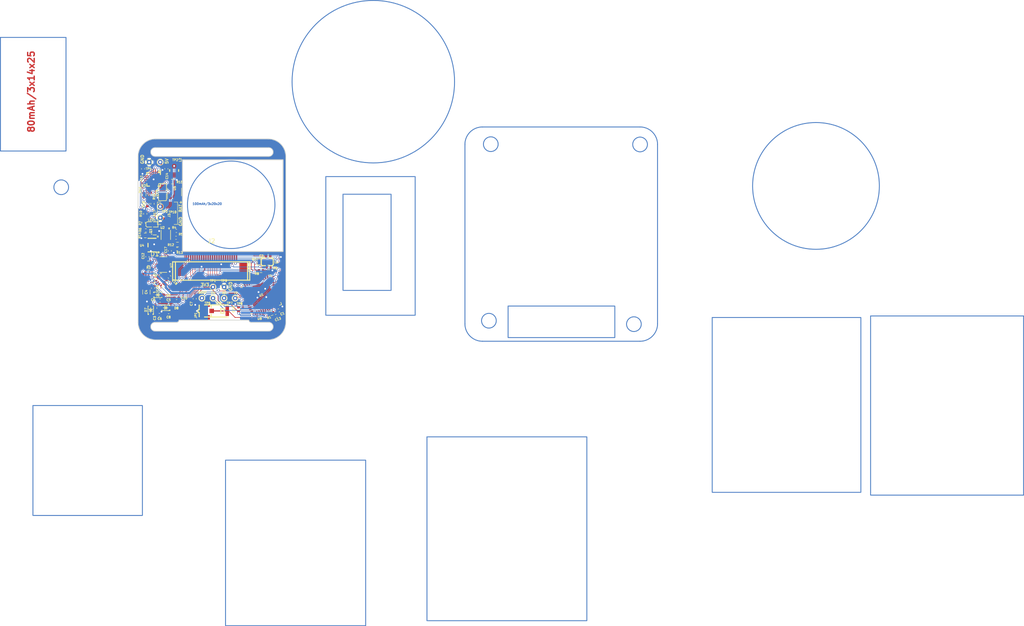
<source format=kicad_pcb>
(kicad_pcb (version 20240108) (generator "pcbnew") (generator_version "8.0")
  (layers (0 "F.Cu" signal) (31 "B.Cu" signal) (34 "B.Paste" user) (35 "F.Paste" user) (36 "B.SilkS" user "B.Silkscreen") (37 "F.SilkS" user "F.Silkscreen") (38 "B.Mask" user) (39 "F.Mask" user) (44 "Edge.Cuts" user))
  (net 0 "")
  (net 1 "GND")
  (net 2 "EN")
  (net 3 "+3V3")
  (net 4 "PREVGH")
  (net 5 "PREVGL")
  (net 6 "VBUS")
  (net 7 "BUSY")
  (net 8 "RES")
  (net 9 "DC")
  (net 10 "MOSI")
  (net 11 "SCK")
  (net 12 "SS")
  (net 13 "RESE")
  (net 14 "GDR")
  (net 15 "GPIO0")
  (net 16 "SDA")
  (net 17 "SCL")
  (net 18 "BTN_1")
  (net 19 "BTN_2")
  (net 20 "BTN_3")
  (net 21 "+BATT")
  (net 22 "BTN_4")
  (net 23 "ADC")
  (net 24 "RTC_INT")
  (net 25 "VIB_PWM")
  (net 26 "TX")
  (net 27 "RX")
  (net 28 "ACC_INT_2")
  (net 29 "ACC_INT_1")
  (net 30 "Net-(U5-PROG)")
  (net 31 "unconnected-(U1-IO16-Pad25)")
  (net 33 "unconnected-(U1-SENSOR_CAPN-Pad7)")
  (net 34 "unconnected-(U1-IO35-Pad11)")
  (net 35 "unconnected-(U1-IO17-Pad27)")
  (net 36 "unconnected-(U1-SD0-Pad32)")
  (net 37 "unconnected-(U1-IO2-Pad22)")
  (net 39 "unconnected-(U1-IO34-Pad10)")
  (net 40 "unconnected-(U1-SD1-Pad33)")
  (net 41 "unconnected-(U1-CMD-Pad30)")
  (net 42 "unconnected-(U1-SENSOR_VP-Pad5)")
  (net 43 "unconnected-(U1-SENSOR_VN-Pad8)")
  (net 44 "unconnected-(U1-CLK-Pad31)")
  (net 45 "unconnected-(U1-SENSOR_CAPP-Pad6)")
  (net 46 "unconnected-(U1-VDD_SDIO-Pad26)")
  (net 49 "Net-(U3-MPP_REF)")
  (net 50 "Net-(U3-STORE)")
  (net 51 "Net-(U3-IN_LV)")
  (net 52 "Net-(U7-EVI)")
  (net 53 "Net-(U3-MPP_SET)")
  (net 54 "unconnected-(U3-~{BATT_CONN}-Pad8)")
  (net 55 "Net-(U3-MPP)")
  (net 56 "unconnected-(U3-LDO2_EN-Pad6)")
  (net 57 "unconnected-(U3-IN_HV-Pad20)")
  (net 58 "UVP")
  (net 59 "unconnected-(U3-PGND-Pad18)")
  (net 60 "EOC")
  (net 61 "unconnected-(U3-LDO1_EN-Pad5)")
  (net 62 "unconnected-(U3-CONF-Pad13)")
  (net 63 "unconnected-(U3-LOD2-Pad12)")
  (net 64 "unconnected-(U3-L_HV-Pad19)")
  (net 65 "CHRG_LED")
  (net 66 "unconnected-(U3-NC-Pad17)")
  (net 67 "unconnected-(U7-CLKOUT-Pad1)")
  (net 68 "Net-(LED1--)")
  (net 69 "unconnected-(U3-LDO1-Pad11)")
  (net 70 "Net-(JP1-SIG)")
  (net 72 "unconnected-(U2-CTG-Pad1)")
  (net 73 "unconnected-(U2-QSTRT-Pad6)")
  (net 74 "unconnected-(U2-~{ALRT}-Pad5)")
  (net 76 "unconnected-(U6-ASCL-Pad11)")
  (net 77 "unconnected-(U6-ASDA-Pad4)")
  (net 78 "unconnected-(U6-CSB-Pad10)")
  (net 79 "Net-(D8-A)")
  (net 80 "Net-(D6-K)")
  (net 81 "Net-(D1-K)")
  (net 89 "Net-(C2-Pad1)")
  (net 90 "Net-(C6-Pad1)")
  (net 91 "Net-(C8-Pad1)")
  (net 92 "Net-(C9-Pad1)")
  (net 93 "Net-(C10-Pad1)")
  (footprint "Capacitor_SMD:C_0402_1005Metric" (layer "F.Cu") (at 98.4688 96.933)
    (property "Reference" "C2")
    (property "Value" "1uF/50V")
  )
  (footprint "Resistors_SMD:R_0402" (layer "F.Cu") (at 99.18 110.014 20)
    (property "Reference" "R1")
    (property "Value" "10K")
  )
  (footprint "Resistor_SMD:R_0402_1005Metric" (layer "F.Cu") (at 77.6408 95.3582 180)
    (property "Reference" "R13")
    (property "Value" "100K")
  )
  (footprint "Resistors_SMD:R_0402" (layer "F.Cu") (at 70.351 92.234 180)
    (property "Reference" "R14")
    (property "Value" "10K")
  )
  (footprint "Capacitor_SMD:C_0402_1005Metric" (layer "F.Cu") (at 77.5138 106.5596 180)
    (property "Reference" "C10")
    (property "Value" "1uF/50V")
  )
  (footprint "Capacitor_SMD:C_0402_1005Metric" (layer "F.Cu") (at 75.685 109.7854 180)
    (property "Reference" "C8")
    (property "Value" "1uF/50V")
  )
  (footprint "Capacitor_SMD:C_0402_1005Metric" (layer "F.Cu") (at 75.685 107.8042 180)
    (property "Reference" "C5")
    (property "Value" "1uF/50V")
  )
  (footprint "Capacitor_SMD:C_0402_1005Metric" (layer "F.Cu") (at 73.5768 110.4204 180)
    (property "Reference" "C6")
    (property "Value" "1uF/50V")
  )
  (footprint "Capacitor_SMD:C_0402_1005Metric" (layer "F.Cu") (at 81.654 106.712 -90)
    (property "Reference" "C7")
    (property "Value" "1uF/50V")
  )
  (footprint "Capacitor_SMD:C_0402_1005Metric" (layer "F.Cu") (at 73.7292 107.1438 180)
    (property "Reference" "C9")
    (property "Value" "1uF/50V")
  )
  (footprint "Housings_DFN_QFN:QFN-48-1EP_7x7mm_Pitch0.5mm" (layer "F.Cu") (at 96.894 105.8738 110)
    (property "Reference" "U1")
    (property "Value" "ESP32-PICO-D4")
  )
  (footprint "Capacitor_SMD:C_0402_1005Metric" (layer "F.Cu") (at 70.8336 97.1108 90)
    (property "Reference" "C12")
    (property "Value" "4.7uF/50V")
  )
  (footprint "Resistors_SMD:R_0402" (layer "F.Cu") (at 69.97 82.963 90)
    (property "Reference" "R16")
    (property "Value" "1K")
  )
  (footprint "Resistors_SMD:R_0402" (layer "F.Cu") (at 77.717 94.3168)
    (property "Reference" "R12")
    (property "Value" "100K")
  )
  (footprint "Capacitor_SMD:C_0402_1005Metric" (layer "F.Cu") (at 100.901052 109.379 20)
    (property "Reference" "C1")
    (property "Value" "100nF")
  )
  (footprint "easyeda2kicad:SOT-23-5_L3.0-W1.7-P0.95-LS2.8-BR" (layer "F.Cu") (at 71.875 94.4438)
    (property "Reference" "U4")
    (property "Value" "HT7233_C77938")
  )
  (footprint "Resistors_SMD:R_0402" (layer "F.Cu") (at 98.5958 99.5492 180)
    (property "Reference" "R9")
    (property "Value" "3")
  )
  (footprint "Capacitor_SMD:C_0402_1005Metric" (layer "F.Cu") (at 72.637 108.8456 90)
    (property "Reference" "C3")
    (property "Value" "4.7uF/50V")
  )
  (footprint "Capacitors_SMD:C_0805" (layer "F.Cu") (at 70.605 105.188 -90)
    (property "Reference" "C4")
    (property "Value" "4.7uF/50V")
  )
  (footprint "TO_SOT_Packages_SMD:SOT-23-5" (layer "F.Cu") (at 77.0312 82.3026 90)
    (property "Reference" "U5")
    (property "Value" "TP4054")
  )
  (footprint "Resistors_SMD:R_0402" (layer "F.Cu") (at 71.0876 99.6762)
    (property "Reference" "R3")
    (property "Value" "4.7K")
  )
  (footprint "Resistors_SMD:R_0402" (layer "F.Cu") (at 96.8178 100.2096)
    (property "Reference" "R8")
    (property "Value" "10K")
  )
  (footprint "Resistors_SMD:R_0402" (layer "F.Cu") (at 76.574 79.915 180)
    (property "Reference" "R15")
    (property "Value" "15k")
  )
  (footprint "Inductor_SMD:L_Chilisin_BMRA00040420" (layer "F.Cu") (at 75.431 87.154 -90)
    (property "Reference" "J3")
    (property "Value" "Battery")
  )
  (footprint "easyeda2kicad:DFN-8_L2.0-W2.0-P0.50-BL-EP" (layer "F.Cu") (at 75.05 92.107 180)
    (property "Reference" "U2")
    (property "Value" "MAX17048G+T10")
  )
  (footprint "Resistors_SMD:R_0402" (layer "F.Cu") (at 71.0876 98.6094)
    (property "Reference" "R2" (hide yes))
    (property "Value" "4.7K")
  )
  (footprint "TestPoint:TestPoint_THTPad_D1.0mm_Drill0.5mm" (layer "F.Cu") (at 71.24 75.47)
    (property "Reference" "TP4")
    (property "Value" "TestPoint")
  )
  (footprint "TestPoint:TestPoint_THTPad_D1.0mm_Drill0.5mm" (layer "F.Cu") (at 88.385 106.585)
    (property "Reference" "TP7")
    (property "Value" "TestPoint")
  )
  (footprint "easyeda2kicad:WQFN-20_L3.0-W3.0-P0.40-BL-EP1.7" (layer "F.Cu") (at 72.256 79.407 180)
    (property "Reference" "U3")
    (property "Value" "SPV1050TTR")
  )
  (footprint "easyeda2kicad:IND-SMD_L2.5-W2.0" (layer "F.Cu") (at 76.955 77.375 -90)
    (property "Reference" "L2")
    (property "Value" "CKCS252012-22UH/M")
  )
  (footprint "Capacitor_SMD:C_0402_1005Metric" (layer "F.Cu") (at 100.323 110.649 20)
    (property "Reference" "C13")
    (property "Value" "100nF")
  )
  (footprint "TestPoint:TestPoint_THTPad_D1.0mm_Drill0.5mm" (layer "F.Cu") (at 85.845 104.045)
    (property "Reference" "TP1")
    (property "Value" "TestPoint")
  )
  (footprint "easyeda2kicad:SOD-962_L0.6-W0.3-RD" (layer "F.Cu") (at 72.51 92.488 180)
    (property "Reference" "D1")
    (property "Value" "RB520ZS-30T2R")
  )
  (footprint "Capacitor_SMD:C_0402_1005Metric" (layer "F.Cu") (at 75.8882 101.7336 135)
    (property "Reference" "C18")
    (property "Value" "100nF")
  )
  (footprint "easyeda2kicad:OSC-SMD_8P-L3.2-W1.5-P0.90-BL" (layer "F.Cu") (at 74.3896 98.8888 -90)
    (property "Reference" "U7")
    (property "Value" "RV-3028-C7 32.768KHZ 1PPM TA QC")
  )
  (footprint "easyeda2kicad:IND-SMD_L1.8-W1.2" (layer "F.Cu") (at 98.2656 98.2538 180)
    (property "Reference" "L3")
    (property "Value" "SLC1608F100KTT")
  )
  (footprint "easyeda2kicad:RF-SMD_FRF05002-JSS103M" (layer "F.Cu") (at 84.789 109.506 90)
    (property "Reference" "JP1")
    (property "Value" "U.FL-R-SMT-1(80)")
  )
  (footprint "Resistor_SMD:R_0402_1005Metric" (layer "F.Cu") (at 71.494 82.963 -90)
    (property "Reference" "R11")
    (property "Value" "6,2M")
  )
  (footprint "TestPoint:TestPoint_THTPad_D1.0mm_Drill0.5mm" (layer "F.Cu") (at 83.305 106.585)
    (property "Reference" "TP6")
    (property "Value" "TestPoint")
  )
  (footprint "Resistor_SMD:R_0402_1005Metric" (layer "F.Cu") (at 70.351 87.281 90)
    (property "Reference" "R10")
    (property "Value" "9,1M")
  )
  (footprint "Resistor_SMD:R_0402_1005Metric" (layer "F.Cu") (at 70.859 84.995 -90)
    (property "Reference" "R18")
    (property "Value" "3M")
  )
  (footprint "Capacitor_SMD:C_0402_1005Metric" (layer "F.Cu") (at 69.843 76.994 -90)
    (property "Reference" "C11")
    (property "Value" "100nF")
  )
  (footprint "easyeda2kicad:X2-DFN1006-3_L1.0-W0.6-BR" (layer "F.Cu") (at 72.51 91.599 -90)
    (property "Reference" "Q3")
    (property "Value" "DMP210DUFB4-7B")
  )
  (footprint "Capacitor_SMD:C_0402_1005Metric" (layer "F.Cu") (at 77.3868 92.7674 180)
    (property "Reference" "R5")
    (property "Value" "10K")
  )
  (footprint "easyeda2kicad:SOD-323_L1.7-W1.3-LS2.6-RD-1" (layer "F.Cu") (at 73.272 105.823)
    (property "Reference" "D6")
    (property "Value" "B0540WS_C2961214")
  )
  (footprint "easyeda2kicad:X2-DFN1006-3_L1.0-W0.6-P0.35-BL" (layer "F.Cu") (at 96.4368 98.2284)
    (property "Reference" "Q2")
    (property "Value" "DMN2005LP4K-7")
  )
  (footprint "TestPoint:TestPoint_THTPad_D1.0mm_Drill0.5mm" (layer "F.Cu") (at 88.385 104.045)
    (property "Reference" "TP9")
    (property "Value" "TestPoint")
  )
  (footprint "Capacitor_SMD:C_0402_1005Metric" (layer "F.Cu") (at 91.687 109.125 90)
    (property "Reference" "C15")
    (property "Value" "100nF")
  )
  (footprint "easyeda2kicad:LGA-12_L2.0-W2.0-P0.50-BL" (layer "F.Cu") (at 74.034 102.521 -45)
    (property "Reference" "U6")
    (property "Value" "BMA456")
  )
  (footprint "Resistor_SMD:R_0402_1005Metric" (layer "F.Cu") (at 69.97 89.313 90)
    (property "Reference" "R7")
    (property "Value" "3M")
  )
  (footprint "easyeda2kicad:LED0402-R-RD" (layer "F.Cu") (at 72.002 89.694)
    (property "Reference" "LED1")
    (property "Value" "16-219A/T2D-AR2T1QY/3T")
  )
  (footprint "TestPoint:TestPoint_THTPad_D1.0mm_Drill0.5mm" (layer "F.Cu") (at 73.78 75.47)
    (property "Reference" "TP2")
    (property "Value" "TestPoint")
  )
  (footprint "easyeda2kicad:SOD-323_L1.7-W1.3-LS2.6-RD-1" (layer "F.Cu") (at 74.9992 108.7948 180)
    (property "Reference" "D8")
    (property "Value" "B0540WS_C2961214")
  )
  (footprint "Capacitor_SMD:C_0402_1005Metric" (layer "F.Cu") (at 75.9644 95.7646 -90)
    (property "Reference" "C17")
    (property "Value" "100nF")
  )
  (footprint "easyeda2kicad:C0805" (layer "F.Cu") (at 74.288 82.328 90)
    (property "Reference" "C19")
    (property "Value" "GRM21BR60J107ME15L")
  )
  (footprint "TestPoint:TestPoint_THTPad_D1.0mm_Drill0.5mm" (layer "F.Cu") (at 90.925 106.585)
    (property "Reference" "TP8")
    (property "Value" "TestPoint")
  )
  (footprint "easyeda2kicad:SOD-323_L1.7-W1.3-LS2.6-RD-1" (layer "F.Cu") (at 71.5956 109.3028 90)
    (property "Reference" "D7")
    (property "Value" "B0540WS_C2961214")
  )
  (footprint "Capacitor_SMD:C_0402_1005Metric" (layer "F.Cu") (at 75.177 76.994 -90)
    (property "Reference" "C14")
    (property "Value" "4.7uF/50V")
  )
  (footprint "easyeda2kicad:FPC-SMD_24P-L17.5-W5.4-P0.50" (layer "F.Cu") (at 85.4798 98.7672)
    (property "Reference" "J2")
    (property "Value" "FPC 0.5MM 24P Pull type H2.0mm Pick up")
  )
  (footprint "Resistor_SMD:R_0402_1005Metric" (layer "F.Cu") (at 72.002 84.995 -90)
    (property "Reference" "R17")
    (property "Value" "1M")
  )
  (footprint "Capacitor_SMD:C_0402_1005Metric" (layer "F.Cu") (at 72.129 104.299 -90)
    (property "Reference" "C16")
    (property "Value" "100nF")
  )
  (footprint "TestPoint:TestPoint_THTPad_D1.0mm_Drill0.5mm" (layer "F.Cu") (at 73.78 88.17)
    (property "Reference" "TP10")
    (property "Value" "TestPoint")
  )
  (footprint "TestPoint:TestPoint_THTPad_D1.0mm_Drill0.5mm" (layer "F.Cu") (at 85.845 106.585)
    (property "Reference" "TP5")
    (property "Value" "TestPoint")
  )
  (footprint "Capacitor_SMD:C_0402_1005Metric" (layer "F.Cu") (at 77.463 91.1926 180)
    (property "Reference" "R4")
    (property "Value" "10K")
  )
  (footprint "easyeda2kicad:ANT-SMD_L5.0-W2.0" (layer "F.Cu") (at 86.607 109.506 180)
    (property "Reference" "U8")
    (property "Value" "2450AT42A100E")
  )
  (footprint "TestPoint:TestPoint_THTPad_D1.0mm_Drill0.5mm" (layer "F.Cu") (at 73.78 85.63)
    (property "Reference" "TP3")
    (property "Value" "TestPoint")
  )
  (footprint "Resistor_SMD:R_0402_1005Metric" (layer "F.Cu") (at 70.478 91.091 180)
    (property "Reference" "R6")
    (property "Value" "0")
  )
  (gr_arc (start 147.4776 116.4402) (mid 144.649173 115.268627) (end 143.4776 112.4402) (stroke (width 0.2)) (layer "B.Cu"))
  (gr_arc (start 183.5466 67.4182) (mid 186.375027 68.589773) (end 187.5466 71.4182) (stroke (width 0.2)) (layer "B.Cu"))
  (gr_rect (start 88.7152 143.6436) (end 120.77 181.515) (stroke (width 0.2)) (fill none) (layer "B.Cu"))
  (gr_circle (center 223.7924 80.9056) (end 238.2924 80.9056) (stroke (width 0.2)) (fill none) (layer "B.Cu"))
  (gr_arc (start 187.5466 112.4402) (mid 186.375027 115.268627) (end 183.5466 116.4402) (stroke (width 0.2)) (layer "B.Cu"))
  (gr_line (start 183.5466 116.4402) (end 147.4776 116.4402) (stroke (width 0.2)) (layer "B.Cu"))
  (gr_circle (center 182.1364 112.5286) (end 180.587 111.8682) (stroke (width 0.2)) (fill none) (layer "B.Cu"))
  (gr_rect (start 236.2898 110.649) (end 271.2898 151.649) (stroke (width 0.2)) (fill none) (layer "B.Cu"))
  (gr_rect (start 37.2154 46.9252) (end 52.2154 72.9252) (stroke (width 0.2)) (fill none) (layer "B.Cu"))
  (gr_circle (center 51.1232 81.2104) (end 49.5738 80.55) (stroke (width 0.2)) (fill none) (layer "B.Cu"))
  (gr_circle (center 183.5466 71.4182) (end 181.9972 70.7578) (stroke (width 0.2)) (fill none) (layer "B.Cu"))
  (gr_line (start 187.5466 71.4182) (end 187.5466 112.4402) (stroke (width 0.2)) (layer "B.Cu"))
  (gr_arc (start 143.4776 71.4182) (mid 144.649173 68.589773) (end 147.4776 67.4182) (stroke (width 0.2)) (layer "B.Cu"))
  (gr_line (start 147.4776 67.4182) (end 183.5466 67.4182) (stroke (width 0.2)) (layer "B.Cu"))
  (gr_circle (center 122.5226 57.055) (end 138.0166 67.3166) (stroke (width 0.2)) (fill none) (layer "B.Cu"))
  (gr_rect (start 44.6462 131.1468) (end 69.6906 156.2928) (stroke (width 0.2)) (fill none) (layer "B.Cu"))
  (gr_circle (center 148.964 111.7412) (end 147.4146 111.0808) (stroke (width 0.2)) (fill none) (layer "B.Cu"))
  (gr_line (start 143.4776 112.4402) (end 143.4776 71.4182) (stroke (width 0.2)) (layer "B.Cu"))
  (gr_rect (start 153.3582 108.3884) (end 177.7676 115.602) (stroke (width 0.2)) (fill none) (layer "B.Cu"))
  (gr_circle (center 149.3958 71.3552) (end 147.8464 70.6948) (stroke (width 0.2)) (fill none) (layer "B.Cu"))
  (gr_rect (start 111.6514 78.772) (end 132.0984 110.4966) (stroke (width 0.2)) (fill none) (layer "B.Cu"))
  (gr_rect (start 134.7908 138.3096) (end 171.3668 180.372) (stroke (width 0.2)) (fill none) (layer "B.Cu"))
  (gr_rect (start 115.5884 82.8088) (end 126.5884 104.8088) (stroke (width 0.2)) (fill none) (layer "B.Cu"))
  (gr_rect (start 200.054 111.0046) (end 234.054 151.0046) (stroke (width 0.2)) (fill none) (layer "B.Cu"))
  (gr_circle (center 90.0106 85.2312) (end 100.0106 85.2312) (stroke (width 0.2)) (fill none) (layer "B.Cu"))
  (gr_arc (start 72.6 74.15) (mid 71.892893 73.857107) (end 71.6 73.15) (stroke (width 0.15)) (layer "Edge.Cuts"))
  (gr_arc (start 71.6 113.11) (mid 71.892893 112.402893) (end 72.6 112.11) (stroke (width 0.15)) (layer "Edge.Cuts"))
  (gr_arc (start 98.6 112.11) (mid 99.307107 112.402893) (end 99.6 113.11) (stroke (width 0.15)) (layer "Edge.Cuts"))
  (gr_arc (start 99.6 73.15) (mid 99.307107 73.857107) (end 98.6 74.15) (stroke (width 0.15)) (layer "Edge.Cuts"))
  (gr_line (start 98.6 74.15) (end 72.6 74.15) (stroke (width 0.15)) (layer "Edge.Cuts"))
  (gr_line (start 72.6 72.15) (end 98.6 72.15) (stroke (width 0.15)) (layer "Edge.Cuts"))
  (gr_arc (start 102.5 112.11) (mid 101.328427 114.938427) (end 98.5 116.11) (stroke (width 0.15)) (layer "Edge.Cuts"))
  (gr_arc (start 72.7 116.11) (mid 69.871573 114.938427) (end 68.7 112.11) (stroke (width 0.15)) (layer "Edge.Cuts"))
  (gr_arc (start 98.5 70.15) (mid 101.328427 71.321573) (end 102.5 74.15) (stroke (width 0.15)) (layer "Edge.Cuts"))
  (gr_line (start 102.5 112.11) (end 102.5 74.15) (stroke (width 0.15)) (layer "Edge.Cuts"))
  (gr_arc (start 94.55 112.11) (mid 94.196447 111.963553) (end 94.05 111.61) (stroke (width 0.15)) (layer "Edge.Cuts"))
  (gr_line (start 98.6 112.11) (end 94.55 112.11) (stroke (width 0.15)) (layer "Edge.Cuts"))
  (gr_line (start 78.05 111.61) (end 94.05 111.61) (stroke (width 0.15)) (layer "Edge.Cuts"))
  (gr_line (start 68.7 112.11) (end 68.7 74.15) (stroke (width 0.15)) (layer "Edge.Cuts"))
  (gr_arc (start 72.6 114.11) (mid 71.892893 113.817107) (end 71.6 113.11) (stroke (width 0.15)) (layer "Edge.Cuts"))
  (gr_arc (start 68.7 74.15) (mid 69.871573 71.321573) (end 72.7 70.15) (stroke (width 0.15)) (layer "Edge.Cuts"))
  (gr_line (start 98.5 70.15) (end 72.7 70.15) (stroke (width 0.15)) (layer "Edge.Cuts"))
  (gr_line (start 72.7 116.11) (end 98.5 116.11) (stroke (width 0.15)) (layer "Edge.Cuts"))
  (gr_arc (start 71.6 73.15) (mid 71.892893 72.442893) (end 72.6 72.15) (stroke (width 0.15)) (layer "Edge.Cuts"))
  (gr_rect (start 78.86 74.917) (end 101.86 95.917) (stroke (width 0.2)) (fill none) (layer "Edge.Cuts"))
  (gr_arc (start 78.05 111.61) (mid 77.903553 111.963553) (end 77.55 112.11) (stroke (width 0.15)) (layer "Edge.Cuts"))
  (gr_line (start 98.6 114.11) (end 72.6 114.11) (stroke (width 0.15)) (layer "Edge.Cuts"))
  (gr_arc (start 99.6 113.11) (mid 99.307107 113.817107) (end 98.6 114.11) (stroke (width 0.15)) (layer "Edge.Cuts"))
  (gr_arc (start 98.6 72.15) (mid 99.307107 72.442893) (end 99.6 73.15) (stroke (width 0.15)) (layer "Edge.Cuts"))
  (gr_line (start 72.6 112.11) (end 77.55 112.11) (stroke (width 0.15)) (layer "Edge.Cuts"))
  (gr_text "80mAh/3x14x25" (at 45.1402 68.8406 90) (layer "F.Cu") (effects (font (size 1.5 1.5) (thickness 0.3) (bold yes)) (justify left bottom)))
  (gr_text "100mAh/3x20x20" (at 81.085 85.2998 -0) (layer "B.Cu") (effects (font (size 0.5 0.5) (thickness 0.3) (bold yes)) (justify left bottom)))
  (gr_text "TX" (at 90.544 105.696 0) (layer "F.SilkS") (effects (font (size 0.5 0.5) (thickness 0.125)) (justify left bottom)))
  (gr_text "GND" (at 78.86 90.202 90) (layer "F.SilkS") (effects (font (size 0.7 0.7)) (justify left bottom)))
  (gr_text "RX" (at 87.877 105.696 0) (layer "F.SilkS") (effects (font (size 0.5 0.5) (thickness 0.125)) (justify left bottom)))
  (gr_text "EN" (at 85.337 105.696 0) (layer "F.SilkS") (effects (font (size 0.5 0.5) (thickness 0.125)) (justify left bottom)))
  (gr_text "3V3" (at 82.924 103.918 0) (layer "F.SilkS") (effects (font (size 0.7 0.7)) (justify left bottom)))
  (gr_text "GND" (at 90.29 105.061 90) (layer "F.SilkS") (effects (font (size 0.7 0.7)) (justify left bottom)))
  (gr_text "5V" (at 75.685 75.978 90) (layer "F.SilkS") (effects (font (size 0.7 0.7)) (justify left bottom)))
  (gr_text "BOOT" (at 82.416 105.569 0) (layer "F.SilkS") (effects (font (size 0.5 0.5) (thickness 0.125)) (justify left bottom)))
  (gr_text "GND" (at 70.097 75.978 90) (layer "F.SilkS") (effects (font (size 0.7 0.7)) (justify left bottom)))
  (gr_text "BAT+" (at 78.86 87.027 90) (layer "F.SilkS") (effects (font (size 0.7 0.7)) (justify left bottom)))
  (segment (start 98.799 100.2096) (end 99.0458 99.9628) (width 0.1524) (layer "F.Cu") (net 1))
  (segment (start 73.1656 83.598) (end 73.4356 83.328) (width 0.1524) (layer "F.Cu") (net 1))
  (segment (start 75.6888 100.2388) (end 75.0496 100.2388) (width 0.1524) (layer "F.Cu") (net 1))
  (segment (start 69.901 92.234) (end 69.901 92.43) (width 0.1524) (layer "F.Cu") (net 1))
  (segment (start 70.351 86.771) (end 70.351 86.013) (width 0.1524) (layer "F.Cu") (net 1))
  (segment (start 71.55 105.243) (end 70.605 106.188) (width 0.1524) (layer "F.Cu") (net 1))
  (segment (start 72.113 104.68) (end 72.157 104.68) (width 0.1524) (layer "F.Cu") (net 1))
  (segment (start 70.605 106.188) (end 72.113 104.68) (width 0.1524) (layer "F.Cu") (net 1))
  (segment (start 75.205 108.7186) (end 75.205 107.8042) (width 0.25) (layer "F.Cu") (net 1))
  (segment (start 87.7274 97.4224) (end 87.725 97.42) (width 0.1524) (layer "F.Cu") (net 1))
  (segment (start 99.15087 96.73093) (end 98.9488 96.933) (width 0.1524) (layer "F.Cu") (net 1))
  (segment (start 70.633 77.474) (end 69.843 77.474) (width 0.1524) (layer "F.Cu") (net 1))
  (segment (start 77.0338 106.5596) (end 76.9576 106.4834) (width 0.25) (layer "F.Cu") (net 1))
  (segment (start 76.0758 96.2446) (end 76.5268 95.7936) (width 0.25) (layer "F.Cu") (net 1))
  (segment (start 73.0968 110.3416) (end 73.0968 110.4204) (width 0.25) (layer "F.Cu") (net 1))
  (segment (start 91.646 108.645) (end 90.9437 107.9427) (width 0.1524) (layer "F.Cu") (net 1))
  (segment (start 75.9644 96.2446) (end 76.0758 96.2446) (width 0.25) (layer "F.Cu") (net 1))
  (segment (start 75.939 101.003978) (end 75.548789 101.394189) (width 0.25) (layer "F.Cu") (net 1))
  (segment (start 99.434684 103.536316) (end 98.488605 104.482395) (width 0.1) (layer "F.Cu") (net 1))
  (segment (start 74.833031 102.075523) (end 74.479477 101.721969) (width 0.1524) (layer "F.Cu") (net 1))
  (segment (start 97.2678 100.2096) (end 98.3854 100.2096) (width 0.1524) (layer "F.Cu") (net 1))
  (segment (start 70.351 86.771) (end 70.351 86.392) (width 0.1524) (layer "F.Cu") (net 1))
  (segment (start 99.942684 103.536316) (end 100.323 103.156) (width 0.1) (layer "F.Cu") (net 1))
  (segment (start 72.008124 102.612924) (end 72.881416 102.612924) (width 0.1524) (layer "F.Cu") (net 1))
  (segment (start 83.226564 97.421564) (end 83.225 97.42) (width 0.1524) (layer "F.Cu") (net 1))
  (segment (start 82.162001 109.505999) (end 82.162 109.506) (width 0.1524) (layer "F.Cu") (net 1))
  (segment (start 71.856 77.907) (end 71.856 77.3546) (width 0.1524) (layer "F.Cu") (net 1))
  (segment (start 75.205 107.8042) (end 73.5006 107.8042) (width 0.25) (layer "F.Cu") (net 1))
  (segment (start 98.3854 100.2096) (end 98.799 100.2096) (width 0.1524) (layer "F.Cu") (net 1))
  (segment (start 99.4086 100.2096) (end 98.3854 100.2096) (width 0.1524) (layer "F.Cu") (net 1))
  (segment (start 75.548789 101.394189) (end 74.807257 101.394189) (width 0.25) (layer "F.Cu") (net 1))
  (segment (start 73.2492 106.811) (end 73.2492 107.1438) (width 0.25) (layer "F.Cu") (net 1))
  (segment (start 77.0338 106.5596) (end 76.9758 106.5016) (width 0.25) (layer "F.Cu") (net 1))
  (segment (start 74.807257 101.394189) (end 74.479477 101.721969) (width 0.25) (layer "F.Cu") (net 1))
  (segment (start 100.946863 96.73093) (end 99.15087 96.73093) (width 0.1524) (layer "F.Cu") (net 1))
  (segment (start 72.5924 94.266) (end 72.7702 94.4438) (width 0.25) (layer "F.Cu") (net 1))
  (segment (start 70.732 106.315) (end 70.605 106.188) (width 0.1524) (layer "F.Cu") (net 1))
  (segment (start 101.352104 109.906778) (end 101.352104 109.21483) (width 0.25) (layer "F.Cu") (net 1))
  (segment (start 73.2492 107.5528) (end 73.2492 107.1438) (width 0.25) (layer "F.Cu") (net 1))
  (segment (start 71.0622 77.0448) (end 70.633 77.474) (width 0.1524) (layer "F.Cu") (net 1))
  (segment (start 75.939 100.489) (end 75.6888 100.2388) (width 0.1524) (layer "F.Cu") (net 1))
  (segment (start 101.352104 108.857896) (end 101.352104 109.21483) (width 0.25) (layer "F.Cu") (net 1))
  (segment (start 69.843 77.474) (end 69.843 78.01) (width 0.1524) (layer "F.Cu") (net 1))
  (segment (start 73.653 109.7854) (end 73.0968 110.3416) (width 0.25) (layer "F.Cu") (net 1))
  (segment (start 70.351 86.013) (end 70.859 85.505) (width 0.1524) (layer "F.Cu") (net 1))
  (segment (start 101.38161 97.165677) (end 100.946863 96.73093) (width 0.1524) (layer "F.Cu") (net 1))
  (segment (start 73.5006 107.8042) (end 73.2492 107.5528) (width 0.25) (layer "F.Cu") (net 1))
  (segment (start 76.9622 95.3582) (end 77.1908 95.3582) (width 0.25) (layer "F.Cu") (net 1))
  (segment (start 73.4356 83.328) (end 74.288 83.328) (width 0.1524) (layer "F.Cu") (net 1))
  (segment (start 91.687 108.645) (end 91.646 108.645) (width 0.1524) (layer "F.Cu") (net 1))
  (segment (start 77.024 82.328) (end 77.024 83.3954) (width 0.25) (layer "F.Cu") (net 1))
  (segment (start 99.661431 103.536316) (end 99.434684 103.536316) (width 0.1) (layer "F.Cu") (net 1))
  (segment (start 87.7274 98.838) (end 87.7274 97.4224) (width 0.1524) (layer "F.Cu") (net 1))
  (segment (start 72.383 94.266) (end 72.5924 94.266) (width 0.25) (layer "F.Cu") (net 1))
  (segment (start 81.654 107.982) (end 81.781 108.109) (width 0.1524) (layer "F.Cu") (net 1))
  (segment (start 74.951 77.248) (end 75.177 77.474) (width 0.1524) (layer "F.Cu") (net 1))
  (segment (start 73.526 91.222) (end 73.571 91.177) (width 0.25) (layer "F.Cu") (net 1))
  (segment (start 72.018 104.68) (end 72.157 104.68) (width 0.1524) (layer "F.Cu") (net 1))
  (segment (start 77.024 79.915) (end 77.024 82.328) (width 0.25) (layer "F.Cu") (net 1))
  (segment (start 83.226564 99.371909) (end 83.226564 97.421564) (width 0.1524) (layer "F.Cu") (net 1))
  (segment (start 77.1904 79.915) (end 77.5714 79.534) (width 0.25) (layer "F.Cu") (net 1))
  (segment (start 74.288 77.248) (end 74.951 77.248) (width 0.1524) (layer "F.Cu") (net 1))
  (segment (start 98.488605 104.482395) (end 98.488605 104.608347) (width 0.1) (layer "F.Cu") (net 1))
  (segment (start 71.856 77.907) (end 71.856 79.007) (width 0.1524) (layer "F.Cu") (net 1))
  (segment (start 77.024 79.915) (end 77.1904 79.915) (width 0.25) (layer "F.Cu") (net 1))
  (segment (start 69.843 78.01) (end 69.716 78.137) (width 0.1524) (layer "F.Cu") (net 1))
  (segment (start 77.024 83.3954) (end 77.0312 83.4026) (width 0.25) (layer "F.Cu") (net 1))
  (segment (start 73.5768 106.4834) (end 73.2492 106.811) (width 0.25) (layer "F.Cu") (net 1))
  (segment (start 99.661431 103.536316) (end 99.942684 103.536316) (width 0.1) (layer "F.Cu") (net 1))
  (segment (start 73.571 91.177) (end 74.3 91.177) (width 0.25) (layer "F.Cu") (net 1))
  (segment (start 71.8956 102.5004) (end 72.008124 102.612924) (width 0.1524) (layer "F.Cu") (net 1))
  (segment (start 70.351 86.392) (end 70.097 86.138) (width 0.1524) (layer "F.Cu") (net 1))
  (segment (start 77.0312 82.7598) (end 77.0312 83.4026) (width 0.25) (layer "F.Cu") (net 1))
  (segment (start 74.597 88.17) (end 75.431 89.004) (width 0.1524) (layer "F.Cu") (net 1))
  (segment (start 71.5956 110.4428) (end 73.0744 110.4428) (width 0.1524) (layer "F.Cu") (net 1))
  (segment (start 100.774052 110.48483) (end 101.352104 109.906778) (width 0.25) (layer "F.Cu") (net 1))
  (segment (start 90.974452 107.911948) (end 90.9437 107.9427) (width 0.1524) (layer "F.Cu") (net 1))
  (segment (start 71.0342 96.6308) (end 70.8336 96.6308) (width 0.1524) (layer "F.Cu") (net 1))
  (segment (start 75.205 109.7854) (end 73.653 109.7854) (width 0.25) (layer "F.Cu") (net 1))
  (segment (start 76.5268 95.7936) (end 76.9622 95.3582) (width 0.25) (layer "F.Cu") (net 1))
  (segment (start 73.78 88.17) (end 74.597 88.17) (width 0.1524) (layer "F.Cu") (net 1))
  (segment (start 76.8788 96.1964) (end 76.5268 95.8444) (width 0.25) (layer "F.Cu") (net 1))
  (segment (start 76.5268 95.8444) (end 76.5268 95.7936) (width 0.25) (layer "F.Cu") (net 1))
  (segment (start 76.9758 106.5016) (end 75.685 106.5016) (width 0.25) (layer "F.Cu") (net 1))
  (segment (start 99.0458 99.9628) (end 99.0458 99.5492) (width 0.1524) (layer "F.Cu") (net 1))
  (segment (start 75.939 100.489) (end 75.939 101.003978) (width 0.25) (layer "F.Cu") (net 1))
  (segment (start 99.434 100.235) (end 99.4086 100.2096) (width 0.1524) (layer "F.Cu") (net 1))
  (segment (start 76.9576 106.4834) (end 73.5768 106.4834) (width 0.25) (layer "F.Cu") (net 1))
  (segment (start 71.621 95.79) (end 71.621 95.8434) (width 0.1524) (layer "F.Cu") (net 1))
  (segment (start 75.205 109.7854) (end 75.205 108.7186) (width 0.25) (layer "F.Cu") (net 1))
  (segment (start 84.106999 109.505999) (end 82.162001 109.505999) (width 0.1524) (layer "F.Cu") (net 1))
  (segment (start 99.815684 103.536316) (end 99.661431 103.536316) (width 0.1) (layer "F.Cu") (net 1))
  (segment (start 72.7702 94.4438) (end 73.175 94.4438) (width 0.25) (layer "F.Cu") (net 1))
  (segment (start 101.72 108.49) (end 101.352104 108.857896) (width 0.25) (layer "F.Cu") (net 1))
  (segment (start 69.901 92.43) (end 69.462 92.869) (width 0.1524) (layer "F.Cu") (net 1))
  (segment (start 71.856 79.007) (end 72.256 79.407) (width 0.1524) (layer "F.Cu") (net 1))
  (segment (start 71.5462 77.0448) (end 71.0622 77.0448) (width 0.1524) (layer "F.Cu") (net 1))
  (segment (start 71.621 95.8434) (end 70.8336 96.6308) (width 0.1524) (layer "F.Cu") (net 1))
  (segment (start 70.732 107.347) (end 70.732 106.315) (width 0.1524) (layer "F.Cu") (net 1))
  (segment (start 73.0744 110.4428) (end 73.0968 110.4204) (width 0.1524) (layer "F.Cu") (net 1))
  (segment (start 71.856 77.3546) (end 71.5462 77.0448) (width 0.1524) (layer "F.Cu") (net 1))
  (segment (start 81.654 107.192) (end 81.654 107.982) (width 0.1524) (layer "F.Cu") (net 1))
  (via (at 74.06666 109.658) (size 0.6) (drill 0.4) (layers "F.Cu" "B.Cu") (net 1))
  (via (at 75.939 100.489) (size 0.6) (drill 0.4) (layers "F.Cu" "B.Cu") (net 1))
  (via (at 70.732 107.347) (size 0.6) (drill 0.4) (layers "F.Cu" "B.Cu") (net 1))
  (via (at 83.226564 99.371909) (size 0.6) (drill 0.4) (layers "F.Cu" "B.Cu") (net 1))
  (via (at 71.8956 102.5004) (size 0.6) (drill 0.4) (layers "F.Cu" "B.Cu") (net 1))
  (via (at 101.38161 97.165677) (size 0.6) (drill 0.4) (layers "F.Cu" "B.Cu") (net 1))
  (via (at 90.9437 107.9427) (size 0.6) (drill 0.4) (layers "F.Cu" "B.Cu") (net 1))
  (via (at 77.5714 79.534) (size 0.6) (drill 0.4) (layers "F.Cu" "B.Cu") (net 1))
  (via (at 71.621 95.79) (size 0.6) (drill 0.4) (layers "F.Cu" "B.Cu") (net 1))
  (via (at 97.783 104.426) (size 0.6) (drill 0.4) (layers "F.Cu" "B.Cu") (net 1))
  (via (at 81.781 108.109) (size 0.6) (drill 0.4) (layers "F.Cu" "B.Cu") (net 1))
  (via (at 99.434 100.235) (size 0.6) (drill 0.4) (layers "F.Cu" "B.Cu") (net 1))
  (via (at 72.383 94.266) (size 0.6) (drill 0.4) (layers "F.Cu" "B.Cu") (net 1))
  (via (at 73.1656 83.598) (size 0.6) (drill 0.4) (layers "F.Cu" "B.Cu") (net 1))
  (via (at 72.256 79.407) (size 0.6) (drill 0.4) (layers "F.Cu" "B.Cu") (net 1))
  (via (at 101.72 108.49) (size 0.6) (drill 0.4) (layers "F.Cu" "B.Cu") (net 1))
  (via (at 82.162 109.506) (size 0.6) (drill 0.4) (layers "F.Cu" "B.Cu") (net 1))
  (via (at 98.037 106.331) (size 0.6) (drill 0.4) (layers "F.Cu" "B.Cu") (net 1))
  (via (at 96.005 106.458) (size 0.6) (drill 0.4) (layers "F.Cu" "B.Cu") (net 1))
  (via (at 76.8788 96.1964) (size 0.6) (drill 0.4) (layers "F.Cu" "B.Cu") (net 1))
  (via (at 69.716 78.137) (size 0.6) (drill 0.4) (layers "F.Cu" "B.Cu") (net 1))
  (via (at 69.462 92.869) (size 0.6) (drill 0.4) (layers "F.Cu" "B.Cu") (net 1))
  (via (at 73.526 91.222) (size 0.6) (drill 0.4) (layers "F.Cu" "B.Cu") (net 1))
  (via (at 87.7274 98.838) (size 0.6) (drill 0.4) (layers "F.Cu" "B.Cu") (net 1))
  (via (at 96.259 105.188) (size 0.6) (drill 0.4) (layers "F.Cu" "B.Cu") (net 1))
  (via (at 74.288 77.248) (size 0.6) (drill 0.4) (layers "F.Cu" "B.Cu") (net 1))
  (via (at 70.097 86.138) (size 0.6) (drill 0.4) (layers "F.Cu" "B.Cu") (net 1))
  (segment (start 99.7388 109.3282) (end 99.6118 109.2012) (width 0.1524) (layer "F.Cu") (net 2))
  (segment (start 99.231484 108.641231) (end 99.231484 108.820884) (width 0.1524) (layer "F.Cu") (net 2))
  (segment (start 100.133079 109.860091) (end 100.45 109.54317) (width 0.1524) (layer "F.Cu") (net 2))
  (segment (start 99.63 109.2194) (end 99.6118 109.2012) (width 0.1524) (layer "F.Cu") (net 2))
  (segment (start 99.231484 108.820884) (end 99.6118 109.2012) (width 0.1524) (layer "F.Cu") (net 2))
  (segment (start 99.602862 109.860091) (end 100.133079 109.860091) (width 0.1524) (layer "F.Cu") (net 2))
  (segment (start 99.7388 109.3282) (end 99.602862 109.464138) (width 0.1524) (layer "F.Cu") (net 2))
  (segment (start 99.7388 109.724153) (end 99.602862 109.860091) (width 0.1524) (layer "F.Cu") (net 2))
  (segment (start 99.7388 109.3282) (end 99.7388 109.724153) (width 0.1524) (layer "F.Cu") (net 2))
  (segment (start 99.602862 109.464138) (end 99.602862 109.860091) (width 0.1524) (layer "F.Cu") (net 2))
  (via (at 99.7388 109.3282) (size 0.6) (drill 0.4) (layers "F.Cu" "B.Cu") (net 2))
  (segment (start 88.639 109.379) (end 99.688 109.379) (width 0.1524) (layer "B.Cu") (net 2))
  (segment (start 85.845 106.585) (end 88.639 109.379) (width 0.1524) (layer "B.Cu") (net 2))
  (segment (start 99.688 109.379) (end 99.7388 109.3282) (width 0.1524) (layer "B.Cu") (net 2))
  (segment (start 87.0588 102.8312) (end 90.124 102.8312) (width 0.1524) (layer "F.Cu") (net 3))
  (segment (start 93.78455 107.271591) (end 93.419073 107.271591) (width 0.1524) (layer "F.Cu") (net 3))
  (segment (start 100.9136 103.819868) (end 100.257459 104.476009) (width 0.1) (layer "F.Cu") (net 3))
  (segment (start 70.575 95.3938) (end 69.843 96.1258) (width 0.25) (layer "F.Cu") (net 3))
  (segment (start 81.654 106.232) (end 81.654 105.560644) (width 0.1524) (layer "F.Cu") (net 3))
  (segment (start 70.605 104.188) (end 71.76 104.188) (width 0.25) (layer "F.Cu") (net 3))
  (segment (start 92.957 108.871) (end 92.703 108.617) (width 0.1524) (layer "F.Cu") (net 3))
  (segment (start 82.67 101.378) (end 83.94 100.108) (width 0.1524) (layer "F.Cu") (net 3))
  (segment (start 73.089554 103.819) (end 73.588523 103.320031) (width 0.25) (layer "F.Cu") (net 3))
  (segment (start 93.643218 107.398144) (end 93.643218 107.271591) (width 0.1) (layer "F.Cu") (net 3))
  (segment (start 83.94 99.092) (end 83.94 100.108) (width 0.25) (layer "F.Cu") (net 3))
  (segment (start 83.725 97.42) (end 83.725 98.7754) (width 0.25) (layer "F.Cu") (net 3))
  (segment (start 70.478 97.9464) (end 70.478 104.061) (width 0.25) (layer "F.Cu") (net 3))
  (segment (start 85.845 104.045) (end 87.0588 102.8312) (width 0.1524) (layer "F.Cu") (net 3))
  (segment (start 70.8336 97.5908) (end 70.2976 97.5908) (width 0.25) (layer "F.Cu") (net 3))
  (segment (start 83.8638 98.9142) (end 83.94 98.838) (width 0.25) (layer "F.Cu") (net 3))
  (segment (start 98.4942 110.649) (end 98.926 110.2172) (width 0.1524) (layer "F.Cu") (net 3))
  (segment (start 100.9136 101.7146) (end 100.9136 103.819868) (width 0.1) (layer "F.Cu") (net 3))
  (segment (start 81.654 105.560644) (end 82.67 104.544644) (width 0.1524) (layer "F.Cu") (net 3))
  (segment (start 69.9065 100.5525) (end 69.9065 103.4895) (width 0.5) (layer "F.Cu") (net 3))
  (segment (start 100.323 99.473) (end 100.323 101.124) (width 0.1) (layer "F.Cu") (net 3))
  (segment (start 70.2976 97.5908) (end 69.843 97.1362) (width 0.25) (layer "F.Cu") (net 3))
  (segment (start 100.257459 104.476009) (end 100.00345 104.476009) (width 0.1) (layer "F.Cu") (net 3))
  (segment (start 92.75849 104.452514) (end 92.322 104.016024) (width 0.1524) (layer "F.Cu") (net 3))
  (segment (start 99.402399 110.81317) (end 99.871948 110.81317) (width 0.25) (layer "F.Cu") (net 3))
  (segment (start 98.757138 110.167909) (end 99.402399 110.81317) (width 0.25) (layer "F.Cu") (net 3))
  (segment (start 94.735 110.476) (end 95.20169 110.00931) (width 0.1524) (layer "F.Cu") (net 3))
  (segment (start 75.871546 102.429076) (end 76.227611 102.073011) (width 0.25) (layer "F.Cu") (net 3))
  (segment (start 86.988 107.093) (end 86.988 105.95) (width 0.1524) (layer "F.Cu") (net 3))
  (segment (start 70.8336 97.5908) (end 70.478 97.9464) (width 0.25) (layer "F.Cu") (net 3))
  (segment (start 97.91 110.649) (end 97.7322 110.649) (width 0.1524) (layer "F.Cu") (net 3))
  (segment (start 91.687 109.605) (end 92.421 108.871) (width 0.1524) (layer "F.Cu") (net 3))
  (segment (start 91.687 110.014) (end 91.687 109.76) (width 0.1524) (layer "F.Cu") (net 3))
  (segment (start 69.9065 103.4895) (end 70.605 104.188) (width 0.5) (layer "F.Cu") (net 3))
  (segment (start 97.1226 110.395) (end 96.767 110.395) (width 0.1524) (layer "F.Cu") (net 3))
  (segment (start 92.703 107.987664) (end 92.703 108.617) (width 0.1524) (layer "F.Cu") (net 3))
  (segment (start 93.419073 107.271591) (end 92.703 107.987664) (width 0.1524) (layer "F.Cu") (net 3))
  (segment (start 90.124 102.8312) (end 90.925 103.6322) (width 0.1524) (layer "F.Cu") (net 3))
  (segment (start 85.845 104.807) (end 85.845 104.045) (width 0.1524) (layer "F.Cu") (net 3))
  (segment (start 96.412407 109.66729) (end 96.412407 110.040407) (width 0.1524) (layer "F.Cu") (net 3))
  (segment (start 91.687 109.76) (end 89.782 107.855) (width 0.1524) (layer "F.Cu") (net 3))
  (segment (start 83.94 98.838) (end 84.225 98.553) (width 0.25) (layer "F.Cu") (net 3))
  (segment (start 89.782 107.855) (end 87.75 107.855) (width 0.1524) (layer "F.Cu") (net 3))
  (segment (start 96.882253 109.496281) (end 96.882253 109.799053) (width 0.1524) (layer "F.Cu") (net 3))
  (segment (start 75.186584 102.429076) (end 75.871546 102.429076) (width 0.25) (layer "F.Cu") (net 3))
  (segment (start 83.94 98.838) (end 83.94 99.092) (width 0.25) (layer "F.Cu") (net 3))
  (segment (start 75.939 103.156) (end 76.227611 102.867389) (width 0.1524) (layer "F.Cu") (net 3))
  (segment (start 94.297581 108.681132) (end 94.035868 108.681132) (width 0.1524) (layer "F.Cu") (net 3))
  (segment (start 97.3004 110.2172) (end 97.7322 110.649) (width 0.1524) (layer "F.Cu") (net 3))
  (segment (start 84.225 98.553) (end 84.225 97.42) (width 0.25) (layer "F.Cu") (net 3))
  (segment (start 82.67 104.544644) (end 82.67 101.378) (width 0.1524) (layer "F.Cu") (net 3))
  (segment (start 70.478 104.061) (end 70.605 104.188) (width 0.25) (layer "F.Cu") (net 3))
  (segment (start 81.654 106.232) (end 83.841 104.045) (width 0.1524) (layer "F.Cu") (net 3))
  (segment (start 97.3004 110.2172) (end 97.1226 110.395) (width 0.1524) (layer "F.Cu") (net 3))
  (segment (start 86.988 105.95) (end 85.845 104.807) (width 0.1524) (layer "F.Cu") (net 3))
  (segment (start 76.32 101.980622) (end 76.227611 102.073011) (width 0.1524) (layer "F.Cu") (net 3))
  (segment (start 87.75 107.855) (end 86.988 107.093) (width 0.1524) (layer "F.Cu") (net 3))
  (segment (start 95.20169 110.00931) (end 95.472714 110.00931) (width 0.1524) (layer "F.Cu") (net 3))
  (segment (start 96.882253 109.799053) (end 97.3004 110.2172) (width 0.1524) (layer "F.Cu") (net 3))
  (segment (start 92.322 104.016024) (end 92.322 103.6846) (width 0.1524) (layer "F.Cu") (net 3))
  (segment (start 72.129 103.819) (end 73.089554 103.819) (width 0.25) (layer "F.Cu") (net 3))
  (segment (start 96.412407 110.040407) (end 96.767 110.395) (width 0.1524) (layer "F.Cu") (net 3))
  (segment (start 93.846 108.871) (end 92.957 108.871) (width 0.1524) (layer "F.Cu") (net 3))
  (segment (start 97.7322 110.649) (end 98.4942 110.649) (width 0.1524) (layer "F.Cu") (net 3))
  (segment (start 91.687 110.014) (end 91.687 109.525778) (width 0.1524) (layer "F.Cu") (net 3))
  (segment (start 92.703 108.617) (end 92.675 108.617) (width 0.1524) (layer "F.Cu") (net 3))
  (segment (start 83.841 104.045) (end 85.845 104.045) (width 0.1524) (layer "F.Cu") (net 3))
  (segment (start 98.9156 98.2538) (end 99.1038 98.2538) (width 0.1) (layer "F.Cu") (net 3))
  (segment (start 69.843 96.1258) (end 69.843 97.1362) (width 0.25) (layer "F.Cu") (net 3))
  (segment (start 94.035868 108.681132) (end 93.846 108.871) (width 0.1524) (layer "F.Cu") (net 3))
  (segment (start 99.1038 98.2538) (end 100.323 99.473) (width 0.1) (layer "F.Cu") (net 3))
  (segment (start 100.323 101.124) (end 100.9136 101.7146) (width 0.1) (layer "F.Cu") (net 3))
  (segment (start 73.117 103.791554) (end 73.588523 103.320031) (width 0.1524) (layer "F.Cu") (net 3))
  (segment (start 76.227611 102.867389) (end 76.227611 102.073011) (width 0.1524) (layer "F.Cu") (net 3))
  (segment (start 92.675 108.617) (end 92.421 108.871) (width 0.1524) (layer "F.Cu") (net 3))
  (segment (start 83.725 98.7754) (end 83.8638 98.9142) (width 0.25) (layer "F.Cu") (net 3))
  (segment (start 71.76 104.188) (end 72.129 103.819) (width 0.25) (layer "F.Cu") (net 3))
  (via (at 100.323 101.124) (size 0.6) (drill 0.4) (layers "F.Cu" "B.Cu") (net 3))
  (via (at 97.91 110.649) (size 0.6) (drill 0.4) (layers "F.Cu" "B.Cu") (net 3))
  (via (at 94.735 110.476) (size 0.6) (drill 0.4) (layers "F.Cu" "B.Cu") (net 3))
  (via (at 92.322 103.6846) (size 0.6) (drill 0.4) (layers "F.Cu" "B.Cu") (net 3))
  (via (at 69.9065 100.5525) (size 0.6) (drill 0.4) (layers "F.Cu" "B.Cu") (net 3))
  (via (at 75.939 103.156) (size 0.6) (drill 0.4) (layers "F.Cu" "B.Cu") (net 3))
  (via (at 91.687 110.014) (size 0.6) (drill 0.4) (layers "F.Cu" "B.Cu") (net 3))
  (via (at 90.925 103.6322) (size 0.6) (drill 0.4) (layers "F.Cu" "B.Cu") (net 3))
  (segment (start 85.464 104.426) (end 85.845 104.045) (width 0.5) (layer "B.Cu") (net 3))
  (segment (start 75.473579 102.690579) (end 74.245421 102.690579) (width 0.1524) (layer "B.Cu") (net 3))
  (segment (start 76.32 105.442) (end 75.05 104.172) (width 0.5) (layer "B.Cu") (net 3))
  (segment (start 81.4 104.52521) (end 80.48321 105.442) (width 0.5) (layer "B.Cu") (net 3))
  (segment (start 98.545 101.505) (end 96.3654 103.6846) (width 0.1524) (layer "B.Cu") (net 3))
  (segment (start 100.323 101.124) (end 99.942 101.505) (width 0.1524) (layer "B.Cu") (net 3))
  (segment (start 80.48321 105.442) (end 76.574 105.442) (width 0.5) (layer "B.Cu") (net 3))
  (segment (start 81.4 104.426) (end 81.4 104.52521) (width 0.5) (layer "B.Cu") (net 3))
  (segment (start 90.925 103.6322) (end 90.9774 103.6846) (width 0.1524) (layer "B.Cu") (net 3))
  (segment (start 94.735 110.476) (end 97.1274 110.476) (width 0.25) (layer "B.Cu") (net 3))
  (segment (start 76.574 105.442) (end 76.32 105.442) (width 0.5) (layer "B.Cu") (net 3))
  (segment (start 75.05 103.495157) (end 74.245421 102.690579) (width 0.5) (layer "B.Cu") (net 3))
  (segment (start 72.492243 100.9374) (end 72.129 100.9374) (width 0.5) (layer "B.Cu") (net 3))
  (segment (start 92.149 110.476) (end 91.687 110.014) (width 0.25) (layer "B.Cu") (net 3))
  (segment (start 90.9774 103.6846) (end 92.322 103.6846) (width 0.1524) (layer "B.Cu") (net 3))
  (segment (start 81.4 104.426) (end 85.464 104.426) (width 0.5) (layer "B.Cu") (net 3))
  (segment (start 74.245421 102.690579) (end 72.492243 100.9374) (width 0.5) (layer "B.Cu") (net 3))
  (segment (start 97.1274 110.476) (end 97.3004 110.649) (width 0.25) (layer "B.Cu") (net 3))
  (segment (start 69.9065 100.5525) (end 70.2914 100.9374) (width 0.5) (layer "B.Cu") (net 3))
  (segment (start 96.3654 103.6846) (end 92.322 103.6846) (width 0.1524) (layer "B.Cu") (net 3))
  (segment (start 75.05 104.172) (end 75.05 103.495157) (width 0.5) (layer "B.Cu") (net 3))
  (segment (start 99.942 101.505) (end 98.545 101.505) (width 0.1524) (layer "B.Cu") (net 3))
  (segment (start 75.939 103.156) (end 75.473579 102.690579) (width 0.1524) (layer "B.Cu") (net 3))
  (segment (start 76.447 105.315) (end 76.574 105.442) (width 0.1524) (layer "B.Cu") (net 3))
  (segment (start 70.2914 100.9374) (end 72.129 100.9374) (width 0.5) (layer "B.Cu") (net 3))
  (segment (start 94.735 110.476) (end 92.149 110.476) (width 0.25) (layer "B.Cu") (net 3))
  (segment (start 97.3004 110.649) (end 97.91 110.649) (width 0.25) (layer "B.Cu") (net 3))
  (segment (start 80.376521 105.727531) (end 81.4726 104.631452) (width 0.1) (layer "F.Cu") (net 4))
  (segment (start 76.6502 107.8042) (end 77.5916 108.7456) (width 0.1) (layer "F.Cu") (net 4))
  (segment (start 78.987 108.7456) (end 80.376522 107.356078) (width 0.1) (layer "F.Cu") (net 4))
  (segment (start 81.2222 97.4228) (end 81.225 97.42) (width 0.1) (layer "F.Cu") (net 4))
  (segment (start 76.165 107.8042) (end 76.6502 107.8042) (width 0.1) (layer "F.Cu") (net 4))
  (segment (start 80.376522 107.356078) (end 80.376521 105.727531) (width 0.1) (layer "F.Cu") (net 4))
  (segment (start 77.5916 108.7456) (end 78.987 108.7456) (width 0.1) (layer "F.Cu") (net 4))
  (segment (start 81.2222 100.997) (end 81.2222 97.4228) (width 0.1) (layer "F.Cu") (net 4))
  (segment (start 81.4726 104.631452) (end 81.4726 101.2474) (width 0.1) (layer "F.Cu") (net 4))
  (segment (start 76.165 108.769) (end 76.1392 108.7948) (width 0.25) (layer "F.Cu") (net 4))
  (segment (start 76.165 107.8042) (end 76.165 108.769) (width 0.25) (layer "F.Cu") (net 4))
  (segment (start 81.4726 101.2474) (end 81.2222 100.997) (width 0.1) (layer "F.Cu") (net 4))
  (segment (start 74.412 105.823) (end 77.59 105.823) (width 0.1524) (layer "F.Cu") (net 5))
  (segment (start 80.0792 96.3996) (end 80.225 96.5454) (width 0.1) (layer "F.Cu") (net 5))
  (segment (start 79.3464 98.5624) (end 79.3464 96.5938) (width 0.1524) (layer "F.Cu") (net 5))
  (segment (start 77.59 105.823) (end 79.495 103.918) (width 0.1524) (layer "F.Cu") (net 5))
  (segment (start 79.5406 96.3996) (end 80.0792 96.3996) (width 0.1) (layer "F.Cu") (net 5))
  (segment (start 80.225 96.5454) (end 80.225 97.42) (width 0.1) (layer "F.Cu") (net 5))
  (segment (start 79.495 103.918) (end 79.495 98.711) (width 0.1524) (layer "F.Cu") (net 5))
  (segment (start 79.3781 96.5621) (end 79.5406 96.3996) (width 0.1) (layer "F.Cu") (net 5))
  (segment (start 79.3464 96.5938) (end 79.3781 96.5621) (width 0.1524) (layer "F.Cu") (net 5))
  (segment (start 79.495 98.711) (end 79.3464 98.5624) (width 0.1524) (layer "F.Cu") (net 5))
  (segment (start 79.3726 96.5676) (end 79.3781 96.5621) (width 0.1) (layer "F.Cu") (net 5))
  (segment (start 77.957 76.345) (end 78.606 76.994) (width 0.1524) (layer "F.Cu") (net 6))
  (segment (start 70.988 89.438) (end 70.988 91.091) (width 0.25) (layer "F.Cu") (net 6))
  (segment (start 76.955 76.345) (end 77.957 76.345) (width 0.1524) (layer "F.Cu") (net 6))
  (segment (start 74.401 76.345) (end 73.78 75.724) (width 0.25) (layer "F.Cu") (net 6))
  (segment (start 78.606 80.5778) (end 77.9812 81.2026) (width 0.1524) (layer "F.Cu") (net 6))
  (segment (start 70.801 92.234) (end 70.801 91.278) (width 0.25) (layer "F.Cu") (net 6))
  (segment (start 72.26 92.488) (end 72.26 91.939) (width 0.25) (layer "F.Cu") (net 6))
  (segment (start 72.1378 91.98) (end 72.28 92.1222) (width 0.25) (layer "F.Cu") (net 6))
  (segment (start 71.367 89.059) (end 70.988 89.438) (width 0.25) (layer "F.Cu") (net 6))
  (segment (start 70.801 91.278) (end 70.988 91.091) (width 0.25) (layer "F.Cu") (net 6))
  (segment (start 71.875 88.043) (end 71.367 88.551) (width 0.25) (layer "F.Cu") (net 6))
  (segment (start 70.801 92.234) (end 71.055 91.98) (width 0.25) (layer "F.Cu") (net 6))
  (segment (start 74.669 76.472) (end 74.542 76.345) (width 0.1524) (layer "F.Cu") (net 6))
  (segment (start 74.542 76.345) (end 74.401 76.345) (width 0.25) (layer "F.Cu") (net 6))
  (segment (start 76.08 76.345) (end 74.542 76.345) (width 0.25) (layer "F.Cu") (net 6))
  (segment (start 71.367 88.551) (end 71.367 89.059) (width 0.25) (layer "F.Cu") (net 6))
  (segment (start 76.433 76.345) (end 76.8958 76.345) (width 0.25) (layer "F.Cu") (net 6))
  (segment (start 72.26 91.939) (end 72.28 91.919) (width 0.25) (layer "F.Cu") (net 6))
  (segment (start 72.28 91.919) (end 72.28 92.585) (width 0.2) (layer "F.Cu") (net 6))
  (segment (start 71.055 91.98) (end 72.1378 91.98) (width 0.25) (layer "F.Cu") (net 6))
  (segment (start 78.1615 81.0223) (end 78.1488 81.035) (width 0.25) (layer "F.Cu") (net 6))
  (segment (start 78.606 76.994) (end 78.606 80.5778) (width 0.1524) (layer "F.Cu") (net 6))
  (via (at 71.875 88.043) (size 0.6) (drill 0.4) (layers "F.Cu" "B.Cu") (net 6))
  (via (at 76.955 76.345) (size 0.6) (drill 0.4) (layers "F.Cu" "B.Cu") (net 6))
  (segment (start 76.828 79.675446) (end 76.955 79.548446) (width 0.1524) (layer "B.Cu") (net 6))
  (segment (start 73.399 86.9) (end 74.542 86.9) (width 0.1524) (layer "B.Cu") (net 6))
  (segment (start 74.542 86.9) (end 76.066 85.376) (width 0.1524) (layer "B.Cu") (net 6))
  (segment (start 72.256 88.043) (end 73.399 86.9) (width 0.1524) (layer "B.Cu") (net 6))
  (segment (start 76.828 82.963) (end 76.828 79.675446) (width 0.1524) (layer "B.Cu") (net 6))
  (segment (start 76.955 79.548446) (end 76.955 76.345) (width 0.1524) (layer "B.Cu") (net 6))
  (segment (start 76.066 84.0425) (end 76.6375 83.471) (width 0.1524) (layer "B.Cu") (net 6))
  (segment (start 76.6375 83.1535) (end 76.828 82.963) (width 0.1524) (layer "B.Cu") (net 6))
  (segment (start 76.066 85.376) (end 76.066 84.0425) (width 0.1524) (layer "B.Cu") (net 6))
  (segment (start 71.875 88.043) (end 72.256 88.043) (width 0.1524) (layer "B.Cu") (net 6))
  (segment (start 76.6375 83.471) (end 76.6375 83.1535) (width 0.1524) (layer "B.Cu") (net 6))
  (segment (start 92.0172 105.0102) (end 92.841659 105.0102) (width 0.1) (layer "F.Cu") (net 7))
  (segment (start 87.225 99.2528) (end 87.225 97.42) (width 0.1) (layer "F.Cu") (net 7))
  (segment (start 91.56 103.28974) (end 91.56 104.553) (width 0.1) (layer "F.Cu") (net 7))
  (segment (start 92.841659 105.0102) (end 92.929499 104.92236) (width 0.1) (layer "F.Cu") (net 7))
  (segment (start 90.82286 102.5526) (end 91.56 103.28974) (width 0.1) (layer "F.Cu") (net 7))
  (segment (start 84.194 101.124) (end 84.194 101.136252) (width 0.1) (layer "F.Cu") (net 7))
  (segment (start 87.501477 100.7882) (end 87.501477 99.529277) (width 0.1) (layer "F.Cu") (net 7))
  (segment (start 92.506628 105.0102) (end 92.643105 105.0102) (width 0.1) (layer "F.Cu") (net 7))
  (segment (start 87.501477 99.529277) (end 87.225 99.2528) (width 0.1) (layer "F.Cu") (net 7))
  (segment (start 85.610348 102.5526) (end 90.82286 102.5526) (width 0.1) (layer "F.Cu") (net 7))
  (segment (start 91.56 104.553) (end 92.0172 105.0102) (width 0.1) (layer "F.Cu") (net 7))
  (segment (start 84.194 101.136252) (end 85.610348 102.5526) (width 0.1) (layer "F.Cu") (net 7))
  (via (at 84.194 101.124) (size 0.6) (drill 0.4) (layers "F.Cu" "B.Cu") (net 7))
  (via (at 87.501477 100.7882) (size 0.6) (drill 0.4) (layers "F.Cu" "B.Cu") (net 7))
  (segment (start 84.194 101.124) (end 87.165677 101.124) (width 0.1) (layer "B.Cu") (net 7))
  (segment (start 87.165677 101.124) (end 87.501477 100.7882) (width 0.1) (layer "B.Cu") (net 7))
  (segment (start 86.799 101.2906) (end 86.725 101.2166) (width 0.1) (layer "F.Cu") (net 8))
  (segment (start 86.725 101.2166) (end 86.725 97.42) (width 0.1) (layer "F.Cu") (net 8))
  (segment (start 94.481 101.378) (end 93.973 101.886) (width 0.1) (layer "F.Cu") (net 8))
  (segment (start 96.905747 102.251319) (end 96.905747 101.897747) (width 0.1) (layer "F.Cu") (net 8))
  (segment (start 96.386 101.378) (end 94.481 101.378) (width 0.1) (layer "F.Cu") (net 8))
  (segment (start 86.725 98.2284) (end 86.725 97.42) (width 0.1) (layer "F.Cu") (net 8))
  (segment (start 91.3456 101.2906) (end 86.799 101.2906) (width 0.1) (layer "F.Cu") (net 8))
  (segment (start 93.973 101.886) (end 91.941 101.886) (width 0.1) (layer "F.Cu") (net 8))
  (segment (start 86.725 98.2284) (end 86.725 99.718) (width 0.1) (layer "F.Cu") (net 8))
  (segment (start 96.905747 101.897747) (end 96.386 101.378) (width 0.1) (layer "F.Cu") (net 8))
  (segment (start 91.941 101.886) (end 91.3456 101.2906) (width 0.1) (layer "F.Cu") (net 8))
  (segment (start 86.225 101.123) (end 86.225 97.42) (width 0.1) (layer "F.Cu") (net 9))
  (segment (start 86.645 101.543) (end 86.225 101.123) (width 0.1) (layer "F.Cu") (net 9))
  (segment (start 96.435901 102.42233) (end 96.435901 101.935901) (width 0.1) (layer "F.Cu") (net 9))
  (segment (start 91.838052 102.14) (end 91.241052 101.543) (width 0.1) (layer "F.Cu") (net 9))
  (segment (start 96.132 101.632) (end 94.608 101.632) (width 0.1) (layer "F.Cu") (net 9))
  (segment (start 96.435901 101.935901) (end 96.132 101.632) (width 0.1) (layer "F.Cu") (net 9))
  (segment (start 94.1 102.14) (end 91.838052 102.14) (width 0.1) (layer "F.Cu") (net 9))
  (segment (start 94.608 101.632) (end 94.1 102.14) (width 0.1) (layer "F.Cu") (net 9))
  (segment (start 91.241052 101.543) (end 86.645 101.543) (width 0.1) (layer "F.Cu") (net 9))
  (segment (start 91.527608 102.9004) (end 92.427976 102.9004) (width 0.1) (layer "F.Cu") (net 10))
  (segment (start 84.725 97.42) (end 84.725 101.273252) (width 0.1) (layer "F.Cu") (net 10))
  (segment (start 92.427976 102.9004) (end 93.146977 103.619401) (width 0.1) (layer "F.Cu") (net 10))
  (segment (start 90.927408 102.3002) (end 91.527608 102.9004) (width 0.1) (layer "F.Cu") (net 10))
  (segment (start 84.725 101.273252) (end 85.751948 102.3002) (width 0.1) (layer "F.Cu") (net 10))
  (segment (start 85.751948 102.3002) (end 90.927408 102.3002) (width 0.1) (layer "F.Cu") (net 10))
  (segment (start 91.632156 102.648) (end 93.0078 102.648) (width 0.1) (layer "F.Cu") (net 11))
  (segment (start 93.616823 103.257023) (end 93.616823 103.44839) (width 0.1) (layer "F.Cu") (net 11))
  (segment (start 93.0078 102.648) (end 93.616823 103.257023) (width 0.1) (layer "F.Cu") (net 11))
  (segment (start 85.225 97.42) (end 85.225 101.3422) (width 0.1) (layer "F.Cu") (net 11))
  (segment (start 91.031956 102.0478) (end 91.632156 102.648) (width 0.1) (layer "F.Cu") (net 11))
  (segment (start 85.225 101.3422) (end 85.9306 102.0478) (width 0.1) (layer "F.Cu") (net 11))
  (segment (start 85.9306 102.0478) (end 91.031956 102.0478) (width 0.1) (layer "F.Cu") (net 11))
  (segment (start 91.735104 102.394) (end 93.719 102.394) (width 0.1) (layer "F.Cu") (net 12))
  (segment (start 93.719 102.394) (end 94.0238 102.6988) (width 0.1) (layer "F.Cu") (net 12))
  (segment (start 91.136504 101.7954) (end 91.735104 102.394) (width 0.1) (layer "F.Cu") (net 12))
  (segment (start 85.725 101.4104) (end 86.11 101.7954) (width 0.1) (layer "F.Cu") (net 12))
  (segment (start 86.11 101.7954) (end 91.136504 101.7954) (width 0.1) (layer "F.Cu") (net 12))
  (segment (start 94.0238 103.214512) (end 94.086669 103.277381) (width 0.1) (layer "F.Cu") (net 12))
  (segment (start 85.725 97.42) (end 85.725 101.4104) (width 0.1) (layer "F.Cu") (net 12))
  (segment (start 94.0238 102.6988) (end 94.0238 103.214512) (width 0.1) (layer "F.Cu") (net 12))
  (segment (start 90.2224 97.4226) (end 90.225 97.42) (width 0.1524) (layer "F.Cu") (net 13))
  (segment (start 98.1458 99.5492) (end 98.2656 99.4294) (width 0.1524) (layer "F.Cu") (net 13))
  (segment (start 96.6568 98.5784) (end 96.6568 99.2276) (width 0.1524) (layer "F.Cu") (net 13))
  (segment (start 90.225 99.1032) (end 90.225 97.42) (width 0.1524) (layer "F.Cu") (net 13))
  (segment (start 96.8432 99.5492) (end 98.1458 99.5492) (width 0.1524) (layer "F.Cu") (net 13))
  (segment (start 96.6568 99.2276) (end 96.5892 99.2952) (width 0.1524) (layer "F.Cu") (net 13))
  (segment (start 96.5892 99.2952) (end 96.8432 99.5492) (width 0.1524) (layer "F.Cu") (net 13))
  (via (at 96.5892 99.2952) (size 0.6) (drill 0.4) (layers "F.Cu" "B.Cu") (net 13))
  (via (at 90.225 99.1032) (size 0.6) (drill 0.4) (layers "F.Cu" "B.Cu") (net 13))
  (segment (start 90.225 99.1032) (end 90.5694 99.4476) (width 0.1524) (layer "B.Cu") (net 13))
  (segment (start 90.5694 99.4476) (end 96.4368 99.4476) (width 0.1524) (layer "B.Cu") (net 13))
  (segment (start 96.5892 99.2952) (end 96.64 99.2444) (width 0.1524) (layer "B.Cu") (net 13))
  (segment (start 96.4368 99.4476) (end 96.5892 99.2952) (width 0.1524) (layer "B.Cu") (net 13))
  (segment (start 90.725 98.4094) (end 90.9758 98.6602) (width 0.1524) (layer "F.Cu") (net 14))
  (segment (start 96.1604 98.6348) (end 96.2168 98.5784) (width 0.1524) (layer "F.Cu") (net 14))
  (segment (start 90.671 97.474) (end 90.725 97.42) (width 0.1524) (layer "F.Cu") (net 14))
  (segment (start 95.37 99.981) (end 95.5986 100.2096) (width 0.1524) (layer "F.Cu") (net 14))
  (segment (start 95.610197 98.521603) (end 95.37 98.7618) (width 0.1524) (layer "F.Cu") (net 14))
  (segment (start 90.725 97.42) (end 90.725 98.4094) (width 0.1524) (layer "F.Cu") (net 14))
  (segment (start 95.37 98.7618) (end 95.37 99.981) (width 0.1524) (layer "F.Cu") (net 14))
  (segment (start 95.37 98.6348) (end 96.1604 98.6348) (width 0.1524) (layer "F.Cu") (net 14))
  (segment (start 95.5986 100.2096) (end 96.3678 100.2096) (width 0.1524) (layer "F.Cu") (net 14))
  (via (at 95.610197 98.521603) (size 0.6) (drill 0.4) (layers "F.Cu" "B.Cu") (net 14))
  (via (at 90.9758 98.6602) (size 0.6) (drill 0.4) (layers "F.Cu" "B.Cu") (net 14))
  (segment (start 95.545594 98.457) (end 91.179 98.457) (width 0.1524) (layer "B.Cu") (net 14))
  (segment (start 91.179 98.457) (end 90.9758 98.6602) (width 0.1524) (layer "B.Cu") (net 14))
  (segment (start 95.610197 98.521603) (end 95.545594 98.457) (width 0.1524) (layer "B.Cu") (net 14))
  (segment (start 100.1588 102.14) (end 100.145934 102.152866) (width 0.1524) (layer "F.Cu") (net 15))
  (segment (start 99.815 102.152866) (end 99.371243 102.596623) (width 0.1524) (layer "F.Cu") (net 15))
  (segment (start 99.371243 102.596623) (end 99.31941 102.596623) (width 0.1524) (layer "F.Cu") (net 15))
  (segment (start 100.145934 102.152866) (end 99.815 102.152866) (width 0.1524) (layer "F.Cu") (net 15))
  (via (at 100.1588 102.14) (size 0.6) (drill 0.4) (layers "F.Cu" "B.Cu") (net 15))
  (segment (start 87.115 106.077) (end 87.115 107.093) (width 0.1524) (layer "B.Cu") (net 15))
  (segment (start 100.1588 102.14) (end 100.1588 101.967176) (width 0.1524) (layer "B.Cu") (net 15))
  (segment (start 83.305 106.585) (end 84.321 105.569) (width 0.1524) (layer "B.Cu") (net 15))
  (segment (start 86.607 105.569) (end 87.115 106.077) (width 0.1524) (layer "B.Cu") (net 15))
  (segment (start 100.1588 102.8122) (end 100.1588 102.14) (width 0.1524) (layer "B.Cu") (net 15))
  (segment (start 98.926 104.426) (end 98.926 104.045) (width 0.1524) (layer "B.Cu") (net 15))
  (segment (start 87.115 107.093) (end 88.512 108.49) (width 0.1524) (layer "B.Cu") (net 15))
  (segment (start 98.926 104.045) (end 100.1588 102.8122) (width 0.1524) (layer "B.Cu") (net 15))
  (segment (start 88.512 108.49) (end 94.862 108.49) (width 0.1524) (layer "B.Cu") (net 15))
  (segment (start 84.321 105.569) (end 86.607 105.569) (width 0.1524) (layer "B.Cu") (net 15))
  (segment (start 94.862 108.49) (end 98.926 104.426) (width 0.1524) (layer "B.Cu") (net 15))
  (segment (start 71.7988 99.6762) (end 71.5376 99.6762) (width 0.1524) (layer "F.Cu") (net 16))
  (segment (start 72.208627 99.181461) (end 72.208627 97.872817) (width 0.1) (layer "F.Cu") (net 16))
  (segment (start 72.383 97.698444) (end 72.383 96.806) (width 0.1) (layer "F.Cu") (net 16))
  (segment (start 71.367 99.8468) (end 71.5376 99.6762) (width 0.1524) (layer "F.Cu") (net 16))
  (segment (start 72.8406 100.3116) (end 73.6568 100.3116) (width 0.1) (layer "F.Cu") (net 16))
  (segment (start 72.208627 99.266373) (end 71.7988 99.6762) (width 0.1524) (layer "F.Cu") (net 16))
  (segment (start 71.24 103.029) (end 72.620648 103.029) (width 0.1524) (layer "F.Cu") (net 16))
  (segment (start 71.24 103.029) (end 70.986 102.775) (width 0.1524) (layer "F.Cu") (net 16))
  (segment (start 73.7546 100.2638) (end 73.7296 100.2388) (width 0.1) (layer "F.Cu") (net 16))
  (segment (start 72.208627 99.181461) (end 72.208627 99.266373) (width 0.1524) (layer "F.Cu") (net 16))
  (segment (start 70.986 102.775) (end 70.986 101.378) (width 0.1524) (layer "F.Cu") (net 16))
  (segment (start 74.494948 94.289) (end 74.875948 94.289) (width 0.1) (layer "F.Cu") (net 16))
  (segment (start 72.708944 103.117296) (end 73.08415 103.117296) (width 0.1524) (layer "F.Cu") (net 16))
  (segment (start 71.367 100.997) (end 71.367 99.8468) (width 0.1524) (layer "F.Cu") (net 16))
  (segment (start 70.986 101.378) (end 71.367 100.997) (width 0.1524) (layer "F.Cu") (net 16))
  (segment (start 72.764 100.235) (end 72.8406 100.3116) (width 0.1) (layer "F.Cu") (net 16))
  (segment (start 74.2864 95.945348) (end 74.2864 94.497548) (width 0.1) (layer "F.Cu") (net 16))
  (segment (start 73.234969 102.966477) (end 73.080523 102.966477) (width 0.1524) (layer "F.Cu") (net 16))
  (segment (start 92.449 106.966) (end 93.211 106.966) (width 0.1) (layer "F.Cu") (net 16))
  (segment (start 74.2864 94.497548) (end 74.494948 94.289) (width 0.1) (layer "F.Cu") (net 16))
  (segment (start 73.6568 100.3116) (end 73.7296 100.2388) (width 0.1) (layer "F.Cu") (net 16))
  (segment (start 93.211 106.966) (end 93.375255 106.801745) (width 0.1) (layer "F.Cu") (net 16))
  (segment (start 72.383 96.806) (end 72.5354 96.6536) (width 0.1) (layer "F.Cu") (net 16))
  (segment (start 75.8 93.364948) (end 75.8 93.037) (width 0.1) (layer "F.Cu") (net 16))
  (segment (start 72.208627 97.872817) (end 72.383 97.698444) (width 0.1) (layer "F.Cu") (net 16))
  (segment (start 93.375255 106.801745) (end 93.61354 106.801745) (width 0.1) (layer "F.Cu") (net 16))
  (segment (start 72.5354 96.6536) (end 73.578148 96.6536) (width 0.1) (layer "F.Cu") (net 16))
  (segment (start 73.578148 96.6536) (end 74.2864 95.945348) (width 0.1) (layer "F.Cu") (net 16))
  (segment (start 74.875948 94.289) (end 75.8 93.364948) (width 0.1) (layer "F.Cu") (net 16))
  (segment (start 72.620648 103.029) (end 72.708944 103.117296) (width 0.1524) (layer "F.Cu") (net 16))
  (segment (start 73.08415 103.117296) (end 73.234969 102.966477) (width 0.1524) (layer "F.Cu") (net 16))
  (via (at 72.764 100.235) (size 0.6) (drill 0.4) (layers "F.Cu" "B.Cu") (net 16))
  (via (at 92.449 106.966) (size 0.6) (drill 0.4) (layers "F.Cu" "B.Cu") (net 16))
  (via (at 72.208627 99.181461) (size 0.6) (drill 0.4) (layers "F.Cu" "B.Cu") (net 16))
  (via (at 71.24 103.029) (size 0.6) (drill 0.4) (layers "F.Cu" "B.Cu") (net 16))
  (segment (start 92.068 106.585) (end 92.449 106.966) (width 0.1) (layer "B.Cu") (net 16))
  (segment (start 80.867401 106.204) (end 81.781 105.290401) (width 0.1) (layer "B.Cu") (net 16))
  (segment (start 72.002 103.029) (end 75.177 106.204) (width 0.1) (layer "B.Cu") (net 16))
  (segment (start 72.764 100.235) (end 72.764 99.736834) (width 0.1) (layer "B.Cu") (net 16))
  (segment (start 91.281401 105.290401) (end 92.068 106.077) (width 0.1) (layer "B.Cu") (net 16))
  (segment (start 71.24 103.029) (end 72.002 103.029) (width 0.1) (layer "B.Cu") (net 16))
  (segment (start 75.177 106.204) (end 80.867401 106.204) (width 0.1) (layer "B.Cu") (net 16))
  (segment (start 72.764 99.736834) (end 72.208627 99.181461) (width 0.1) (layer "B.Cu") (net 16))
  (segment (start 92.068 106.077) (end 92.068 106.585) (width 0.1) (layer "B.Cu") (net 16))
  (segment (start 81.781 105.290401) (end 91.281401 105.290401) (width 0.1) (layer "B.Cu") (net 16))
  (segment (start 71.5376 97.827048) (end 71.729248 97.6354) (width 0.1524) (layer "F.Cu") (net 17))
  (segment (start 71.5376 98.6094) (end 71.5376 97.827048) (width 0.1524) (layer "F.Cu") (net 17))
  (segment (start 72.907866 101.74842) (end 73.234969 102.075523) (width 0.1524) (layer "F.Cu") (net 17))
  (segment (start 87.115 104.788001) (end 87.260999 104.934) (width 0.1) (layer "F.Cu") (net 17))
  (segment (start 87.260999 104.934) (end 91.433 104.934) (width 0.1) (layer "F.Cu") (net 17))
  (segment (start 73.473601 96.401199) (end 74.034 95.8408) (width 0.1) (layer "F.Cu") (net 17))
  (segment (start 75.3 93.508) (end 75.3 93.037) (width 0.1) (layer "F.Cu") (net 17))
  (segment (start 74.034 95.8408) (end 74.034 94.393) (width 0.1) (layer "F.Cu") (net 17))
  (segment (start 74.034 94.393) (end 74.3904 94.0366) (width 0.1) (layer "F.Cu") (net 17))
  (segment (start 73.8236 99.3388) (end 73.7296 99.3388) (width 0.1524) (layer "F.Cu") (net 17))
  (segment (start 71.8956 101.74842) (end 72.907866 101.74842) (width 0.1524) (layer "F.Cu") (net 17))
  (segment (start 71.5702 97.2378) (end 72.406801 96.401199) (width 0.1) (layer "F.Cu") (net 17))
  (segment (start 93.050717 105.442) (end 93.10051 105.392207) (width 0.1) (layer "F.Cu") (net 17))
  (segment (start 91.941 105.442) (end 93.050717 105.442) (width 0.1) (layer "F.Cu") (net 17))
  (segment (start 71.5702 98.642) (end 71.5702 97.2378) (width 0.1) (layer "F.Cu") (net 17))
  (segment (start 73.8796 99.3388) (end 73.7296 99.3388) (width 0.1524) (layer "F.Cu") (net 17))
  (segment (start 71.8956 100.242042) (end 72.737227 99.400415) (width 0.1524) (layer "F.Cu") (net 17))
  (segment (start 72.737227 98.505728) (end 72.710302 98.478803) (width 0.1524) (layer "F.Cu") (net 17))
  (segment (start 72.406801 96.401199) (end 73.473601 96.401199) (width 0.1) (layer "F.Cu") (net 17))
  (segment (start 91.433 104.934) (end 91.941 105.442) (width 0.1) (layer "F.Cu") (net 17))
  (segment (start 74.3904 94.0366) (end 74.7714 94.0366) (width 0.1) (layer "F.Cu") (net 17))
  (segment (start 73.570299 99.3388) (end 73.7296 99.3388) (width 0.1524) (layer "F.Cu") (net 17))
  (segment (start 74.7714 94.0366) (end 75.3 93.508) (width 0.1) (layer "F.Cu") (net 17))
  (segment (start 72.737227 99.400415) (end 72.737227 98.505728) (width 0.1524) (layer "F.Cu") (net 17))
  (segment (start 71.8956 101.74842) (end 71.8956 100.242042) (width 0.1524) (layer "F.Cu") (net 17))
  (segment (start 72.710302 98.478803) (end 73.570299 99.3388) (width 0.1524) (layer "F.Cu") (net 17))
  (via (at 71.729248 97.6354) (size 0.6) (drill 0.4) (layers "F.Cu" "B.Cu") (net 17))
  (via (at 87.115 104.788001) (size 0.6) (drill 0.4) (layers "F.Cu" "B.Cu") (net 17))
  (via (at 72.710302 98.478803) (size 0.6) (drill 0.4) (layers "F.Cu" "B.Cu") (net 17))
  (via (at 71.8956 101.74842) (size 0.6) (drill 0.4) (layers "F.Cu" "B.Cu") (net 17))
  (segment (start 72.710302 98.478803) (end 72.710302 97.93445) (width 0.1524) (layer "B.Cu") (net 17))
  (segment (start 86.752999 104.788001) (end 87.115 104.788001) (width 0.1) (layer "B.Cu") (net 17))
  (segment (start 72.411252 97.6354) (end 71.729248 97.6354) (width 0.1524) (layer "B.Cu") (net 17))
  (segment (start 81.527 105.038) (end 86.503 105.038) (width 0.1) (layer "B.Cu") (net 17))
  (segment (start 73.399 103.25182) (end 73.399 103.41) (width 0.1524) (layer "B.Cu") (net 17))
  (segment (start 73.399 103.41) (end 75.9406 105.9516) (width 0.1) (layer "B.Cu") (net 17))
  (segment (start 86.503 105.038) (end 86.752999 104.788001) (width 0.1) (layer "B.Cu") (net 17))
  (segment (start 71.8956 101.74842) (end 73.399 103.25182) (width 0.1524) (layer "B.Cu") (net 17))
  (segment (start 80.6134 105.9516) (end 81.527 105.038) (width 0.1) (layer "B.Cu") (net 17))
  (segment (start 75.9406 105.9516) (end 80.6134 105.9516) (width 0.1) (layer "B.Cu") (net 17))
  (segment (start 72.710302 97.93445) (end 72.411252 97.6354) (width 0.1524) (layer "B.Cu") (net 17))
  (segment (start 100.68749 106.355393) (end 100.933607 106.355393) (width 0.1524) (layer "F.Cu") (net 18))
  (segment (start 100.933607 106.355393) (end 101.466 105.823) (width 0.1524) (layer "F.Cu") (net 18))
  (segment (start 100.858501 106.82524) (end 100.97176 106.82524) (width 0.1524) (layer "F.Cu") (net 19))
  (segment (start 100.97176 106.82524) (end 101.593 106.204) (width 0.1524) (layer "F.Cu") (net 19))
  (segment (start 100.641023 108.128199) (end 100.938801 108.128199) (width 0.1524) (layer "F.Cu") (net 20))
  (segment (start 101.212 107.855) (end 101.466 107.855) (width 0.1524) (layer "F.Cu") (net 20))
  (segment (start 100.938801 108.128199) (end 101.212 107.855) (width 0.1524) (layer "F.Cu") (net 20))
  (segment (start 75.0496 99.3388) (end 75.0712 99.3604) (width 0.15) (layer "F.Cu") (net 21))
  (segment (start 77.8668 92.7674) (end 77.9456 92.8462) (width 0.1524) (layer "F.Cu") (net 21))
  (segment (start 77.8668 93.0494) (end 77.8668 92.7674) (width 0.15) (layer "F.Cu") (net 21))
  (segment (start 75.0496 98.4388) (end 75.5 98.4388) (width 0.1524) (layer "F.Cu") (net 21))
  (segment (start 77.281 85.304) (end 77.9812 84.6038) (width 0.25) (layer "F.Cu") (net 21))
  (segment (start 72.656 80.907) (end 72.637 80.926) (width 0.1524) (layer "F.Cu") (net 21))
  (segment (start 73.976446 85.304) (end 75.431 85.304) (width 0.1524) (layer "F.Cu") (net 21))
  (segment (start 76.9042 94.3168) (end 77.267 94.3168) (width 0.15) (layer "F.Cu") (net 21))
  (segment (start 75.4392 90.7272) (end 75.685 90.4814) (width 0.25) (layer "F.Cu") (net 21))
  (segment (start 75.685 90.4814) (end 77.2318 90.4814) (width 0.25) (layer "F.Cu") (net 21))
  (segment (start 77.8668 91.2688) (end 77.943 91.1926) (width 0.1524) (layer "F.Cu") (net 21))
  (segment (start 73.653 85.7866) (end 73.653 85.304) (width 0.25) (layer "F.Cu") (net 21))
  (segment (start 75.0712 99.3604) (end 75.8374 99.3604) (width 0.15) (layer "F.Cu") (net 21))
  (segment (start 75.304 90.7272) (end 75.4392 90.7272) (width 0.25) (layer "F.Cu") (net 21))
  (segment (start 77.8668 92.7674) (end 77.8668 92.7928) (width 0.1524) (layer "F.Cu") (net 21))
  (segment (start 75.0496 98.4388) (end 75.8556 98.4388) (width 0.15) (layer "F.Cu") (net 21))
  (segment (start 75.616 98.4388) (end 75.0496 98.4388) (width 0.15) (layer "F.Cu") (net 21))
  (segment (start 77.267 93.801756) (end 77.2104 93.745156) (width 0.15) (layer "F.Cu") (net 21))
  (segment (start 75.9898 98.3046) (end 75.9898 97.3394) (width 0.15) (layer "F.Cu") (net 21))
  (segment (start 77.9812 84.6038) (end 77.9812 83.4026) (width 0.25) (layer "F.Cu") (net 21))
  (segment (start 72.51 91.279) (end 72.51 91.1418) (width 0.25) (layer "F.Cu") (net 21))
  (segment (start 76.0204 95.2006) (end 76.9042 94.3168) (width 0.15) (layer "F.Cu") (net 21))
  (segment (start 77.2318 90.4814) (end 77.943 91.1926) (width 0.25) (layer "F.Cu") (net 21))
  (segment (start 75.685 90.4814) (end 77.844 90.4814) (width 0.25) (layer "F.Cu") (net 21))
  (segment (start 73.0072 90.6446) (end 74.7174 90.6446) (width 0.25) (layer "F.Cu") (net 21))
  (segment (start 75.431 85.304) (end 74.089 85.304) (width 0.25) (layer "F.Cu") (net 21))
  (segment (start 75.3 90.7312) (end 75.304 90.7272) (width 0.1524) (layer "F.Cu") (net 21))
  (segment (start 72.51 91.1418) (end 73.0072 90.6446) (width 0.25) (layer "F.Cu") (net 21))
  (segment (start 72.637 80.926) (end 72.637 84.106) (width 0.1524) (layer "F.Cu") (net 21))
  (segment (start 72.637 84.106) (end 73.78 85.249) (width 0.1524) (layer "F.Cu") (net 21))
  (segment (start 74.7174 90.6446) (end 74.8 90.7272) (width 0.25) (layer "F.Cu") (net 21))
  (segment (start 77.2104 93.745156) (end 77.2104 93.7058) (width 0.15) (layer "F.Cu") (net 21))
  (segment (start 74.8 90.7272) (end 74.8 91.177) (width 0.25) (layer "F.Cu") (net 21))
  (segment (start 75.8374 99.3604) (end 75.8374 98.6602) (width 0.15) (layer "F.Cu") (net 21))
  (segment (start 75.2012 96.0478) (end 75.9644 95.2846) (width 0.15) (layer "F.Cu") (net 21))
  (segment (start 75.3 91.177) (end 75.3 90.7312) (width 0.1524) (layer "F.Cu") (net 21))
  (segment (start 77.8668 92.7674) (end 77.8668 91.2688) (width 0.1524) (layer "F.Cu") (net 21))
  (segment (start 77.844 86.646) (end 76.502 85.304) (width 0.25) (layer "F.Cu") (net 21))
  (segment (start 76.502 85.304) (end 74.1356 85.304) (width 0.25) (layer "F.Cu") (net 21))
  (segment (start 75.9898 97.3394) (end 75.2012 96.5508) (width 0.15) (layer "F.Cu") (net 21))
  (segment (start 75.602 98.4388) (end 75.0496 98.4388) (width 0.1524) (layer "F.Cu") (net 21))
  (segment (start 73.653 85.304) (end 77.281 85.304) (width 0.25) (layer "F.Cu") (net 21))
  (segment (start 75.8374 98.6602) (end 75.616 98.4388) (width 0.15) (layer "F.Cu") (net 21))
  (segment (start 74.8 90.7272) (end 75.304 90.7272) (width 0.25) (layer "F.Cu") (net 21))
  (segment (start 73.78 85.249) (end 73.78 85.63) (width 0.1524) (layer "F.Cu") (net 21))
  (segment (start 77.267 94.3168) (end 77.267 93.801756) (width 0.15) (layer "F.Cu") (net 21))
  (segment (start 77.2104 93.7058) (end 77.8668 93.0494) (width 0.15) (layer "F.Cu") (net 21))
  (segment (start 75.8556 98.4388) (end 75.9898 98.3046) (width 0.15) (layer "F.Cu") (net 21))
  (segment (start 77.844 90.4814) (end 77.844 86.646) (width 0.25) (layer "F.Cu") (net 21))
  (segment (start 77.8668 92.7928) (end 78.0192 92.9452) (width 0.1524) (layer "F.Cu") (net 21))
  (segment (start 75.2012 96.5508) (end 75.2012 96.0478) (width 0.15) (layer "F.Cu") (net 21))
  (segment (start 99.643176 101.632) (end 99.815 101.632) (width 0.1524) (layer "F.Cu") (net 22))
  (segment (start 99.148399 102.126777) (end 99.643176 101.632) (width 0.1524) (layer "F.Cu") (net 22))
  (segment (start 78.1508 95.3582) (end 78.1508 95.7158) (width 0.1) (layer "F.Cu") (net 23))
  (segment (start 80.334548 96.298) (end 101.224434 96.298) (width 0.1) (layer "F.Cu") (net 23))
  (segment (start 101.974 106.365377) (end 101.044291 107.295086) (width 0.1) (layer "F.Cu") (net 23))
  (segment (start 78.167 94.3168) (end 78.167 95.282) (width 0.25) (layer "F.Cu") (net 23))
  (segment (start 78.1508 95.7158) (end 78.9118 96.4768) (width 0.1) (layer "F.Cu") (net 23))
  (segment (start 101.974 97.047566) (end 101.974 106.365377) (width 0.1) (layer "F.Cu") (net 23))
  (segment (start 80.183748 96.1472) (end 80.334548 96.298) (width 0.1) (layer "F.Cu") (net 23))
  (segment (start 78.9118 96.4768) (end 79.2414 96.1472) (width 0.1) (layer "F.Cu") (net 23))
  (segment (start 78.167 95.282) (end 78.0908 95.3582) (width 0.25) (layer "F.Cu") (net 23))
  (segment (start 79.2414 96.1472) (end 80.183748 96.1472) (width 0.1) (layer "F.Cu") (net 23))
  (segment (start 101.224434 96.298) (end 101.974 97.047566) (width 0.1) (layer "F.Cu") (net 23))
  (segment (start 101.044291 107.295086) (end 101.02951 107.295086) (width 0.1) (layer "F.Cu") (net 23))
  (segment (start 100.64953 97.25953) (end 101.6708 98.2808) (width 0.1) (layer "F.Cu") (net 24))
  (segment (start 101.6708 104.9832) (end 100.768453 105.885547) (width 0.1) (layer "F.Cu") (net 24))
  (segment (start 100.635084 97.25953) (end 100.64953 97.25953) (width 0.1) (layer "F.Cu") (net 24))
  (segment (start 74.903496 94.6184) (end 76.32 93.201896) (width 0.1) (layer "F.Cu") (net 24))
  (segment (start 76.32 91.8556) (end 76.983 91.1926) (width 0.1) (layer "F.Cu") (net 24))
  (segment (start 72.734048 97.242352) (end 72.734048 97.792048) (width 0.1) (layer "F.Cu") (net 24))
  (segment (start 74.6166 94.9026) (end 74.9008 94.6184) (width 0.1) (layer "F.Cu") (net 24))
  (segment (start 73.3808 98.4388) (end 73.7296 98.4388) (width 0.1) (layer "F.Cu") (net 24))
  (segment (start 101.6708 98.2808) (end 101.6708 104.9832) (width 0.1) (layer "F.Cu") (net 24))
  (segment (start 72.734048 97.792048) (end 73.3808 98.4388) (width 0.1) (layer "F.Cu") (net 24))
  (segment (start 74.4404 96.6282) (end 74.369 96.6282) (width 0.1) (layer "F.Cu") (net 24))
  (segment (start 76.32 93.201896) (end 76.32 91.8556) (width 0.1) (layer "F.Cu") (net 24))
  (segment (start 73.0688 96.9076) (end 72.734048 97.242352) (width 0.1) (layer "F.Cu") (net 24))
  (segment (start 74.161 96.9076) (end 73.0688 96.9076) (width 0.1) (layer "F.Cu") (net 24))
  (segment (start 100.768453 105.885547) (end 100.516481 105.885547) (width 0.1) (layer "F.Cu") (net 24))
  (segment (start 74.4404 96.6282) (end 74.6166 96.452) (width 0.1) (layer "F.Cu") (net 24))
  (segment (start 74.9008 94.6184) (end 74.903496 94.6184) (width 0.1) (layer "F.Cu") (net 24))
  (segment (start 74.6166 96.452) (end 74.6166 94.9026) (width 0.1) (layer "F.Cu") (net 24))
  (segment (start 74.4404 96.6282) (end 74.161 96.9076) (width 0.1) (layer "F.Cu") (net 24))
  (via (at 100.635084 97.25953) (size 0.6) (drill 0.4) (layers "F.Cu" "B.Cu") (net 24))
  (via (at 74.369 96.6282) (size 0.6) (drill 0.4) (layers "F.Cu" "B.Cu") (net 24))
  (segment (start 100.435554 97.06) (end 77.432754 97.06) (width 0.1) (layer "B.Cu") (net 24))
  (segment (start 74.4658 96.725) (end 74.369 96.6282) (width 0.1) (layer "B.Cu") (net 24))
  (segment (start 100.635084 97.25953) (end 100.435554 97.06) (width 0.1) (layer "B.Cu") (net 24))
  (segment (start 77.432754 97.06) (end 77.097754 96.725) (width 0.1) (layer "B.Cu") (net 24))
  (segment (start 77.097754 96.725) (end 74.4658 96.725) (width 0.1) (layer "B.Cu") (net 24))
  (segment (start 99.83244 104.006162) (end 100.057038 104.006162) (width 0.1) (layer "F.Cu") (net 25))
  (segment (start 100.6612 102.8592) (end 100.577 102.775) (width 0.1) (layer "F.Cu") (net 25))
  (segment (start 100.6612 103.402) (end 100.6612 102.8592) (width 0.1) (layer "F.Cu") (net 25))
  (segment (start 100.057038 104.006162) (end 100.6612 103.402) (width 0.1) (layer "F.Cu") (net 25))
  (segment (start 93.44253 106.331899) (end 91.178101 106.331899) (width 0.1524) (layer "F.Cu") (net 26))
  (segment (start 91.178101 106.331899) (end 90.925 106.585) (width 0.1524) (layer "F.Cu") (net 26))
  (segment (start 91.866527 105.95) (end 91.358527 105.442) (width 0.1524) (layer "F.Cu") (net 27))
  (segment (start 89.528 105.442) (end 88.385 106.585) (width 0.1524) (layer "F.Cu") (net 27))
  (segment (start 93.271519 105.862053) (end 93.183572 105.95) (width 0.1524) (layer "F.Cu") (net 27))
  (segment (start 93.183572 105.95) (end 91.866527 105.95) (width 0.1524) (layer "F.Cu") (net 27))
  (segment (start 91.358527 105.442) (end 89.528 105.442) (width 0.1524) (layer "F.Cu") (net 27))
  (segment (start 100.704 98.076) (end 101.4184 98.7904) (width 0.1) (layer "F.Cu") (net 28))
  (segment (start 100.553847 105.415701) (end 100.34547 105.415701) (width 0.1) (layer "F.Cu") (net 28))
  (segment (start 101.4184 104.551148) (end 100.553847 105.415701) (width 0.1) (layer "F.Cu") (net 28))
  (segment (start 78.2044 103.0496) (end 77.0058 104.2482) (width 0.1524) (layer "F.Cu") (net 28))
  (segment (start 76.114754 104.2482) (end 74.833031 102.966477) (width 0.1524) (layer "F.Cu") (net 28))
  (segment (start 78.2044 102.648) (end 78.2044 103.0496) (width 0.1524) (layer "F.Cu") (net 28))
  (segment (start 101.4184 98.7904) (end 101.4184 104.551148) (width 0.1) (layer "F.Cu") (net 28))
  (segment (start 77.0058 104.2482) (end 76.114754 104.2482) (width 0.1524) (layer "F.Cu") (net 28))
  (via (at 100.704 98.076) (size 0.6) (drill 0.4) (layers "F.Cu" "B.Cu") (net 28))
  (via (at 78.2044 102.648) (size 0.6) (drill 0.4) (layers "F.Cu" "B.Cu") (net 28))
  (segment (start 100.704 98.076) (end 100.069 97.441) (width 0.1524) (layer "B.Cu") (net 28))
  (segment (start 100.069 97.441) (end 80.765 97.441) (width 0.1524) (layer "B.Cu") (net 28))
  (segment (start 80.765 97.441) (end 78.2044 100.0016) (width 0.1524) (layer "B.Cu") (net 28))
  (segment (start 78.2044 100.0016) (end 78.2044 102.648) (width 0.1524) (layer "B.Cu") (net 28))
  (segment (start 78.733 103.029) (end 77.209 104.553) (width 0.1524) (layer "F.Cu") (net 29))
  (segment (start 100.916 100.108) (end 101.166 100.358) (width 0.1) (layer "F.Cu") (net 29))
  (segment (start 75.712446 104.553) (end 74.479477 103.320031) (width 0.1524) (layer "F.Cu") (net 29))
  (segment (start 100.438145 104.945855) (end 100.17446 104.945855) (width 0.1) (layer "F.Cu") (net 29))
  (segment (start 101.166 100.358) (end 101.166 104.218) (width 0.1) (layer "F.Cu") (net 29))
  (segment (start 78.733 102.013) (end 78.733 103.029) (width 0.1524) (layer "F.Cu") (net 29))
  (segment (start 77.209 104.553) (end 75.712446 104.553) (width 0.1524) (layer "F.Cu") (net 29))
  (segment (start 101.166 104.218) (end 100.438145 104.945855) (width 0.1) (layer "F.Cu") (net 29))
  (via (at 100.916 100.108) (size 0.6) (drill 0.4) (layers "F.Cu" "B.Cu") (net 29))
  (via (at 78.733 102.013) (size 0.6) (drill 0.4) (layers "F.Cu" "B.Cu") (net 29))
  (segment (start 81.146 99.981) (end 82.416 99.981) (width 0.1) (layer "B.Cu") (net 29))
  (segment (start 100.408 99.6) (end 98.291 99.6) (width 0.1) (layer "B.Cu") (net 29))
  (segment (start 97.91 99.981) (end 83.178 99.981) (width 0.1) (layer "B.Cu") (net 29))
  (segment (start 78.733 102.013) (end 79.114 102.013) (width 0.1) (layer "B.Cu") (net 29))
  (segment (start 82.416 99.981) (end 82.5184 99.981) (width 0.1) (layer "B.Cu") (net 29))
  (segment (start 83.178 99.981) (end 83.0756 99.981) (width 0.1) (layer "B.Cu") (net 29))
  (segment (start 100.916 100.108) (end 100.408 99.6) (width 0.1) (layer "B.Cu") (net 29))
  (segment (start 98.291 99.6) (end 97.91 99.981) (width 0.1) (layer "B.Cu") (net 29))
  (segment (start 79.114 102.013) (end 81.146 99.981) (width 0.1) (layer "B.Cu") (net 29))
  (segment (start 82.416 99.981) (end 83.178 99.981) (width 0.1) (layer "B.Cu") (net 29))
  (segment (start 76.0812 79.9578) (end 76.124 79.915) (width 0.25) (layer "F.Cu") (net 30))
  (segment (start 75.9438 81.0652) (end 76.0812 81.2026) (width 0.25) (layer "F.Cu") (net 30))
  (segment (start 76.0812 81.2026) (end 76.0812 79.9578) (width 0.25) (layer "F.Cu") (net 30))
  (segment (start 98.315286 101.73829) (end 98.315286 101.402286) (width 0.1524) (layer "F.Cu") (net 31))
  (segment (start 98.315286 101.402286) (end 97.91 100.997) (width 0.1524) (layer "F.Cu") (net 31))
  (segment (start 98.291791 108.98325) (end 98.291791 109.252791) (width 0.1524) (layer "F.Cu") (net 33))
  (segment (start 98.291791 109.252791) (end 98.545 109.506) (width 0.1524) (layer "F.Cu") (net 33))
  (segment (start 100.577 108.744) (end 100.564134 108.744) (width 0.1524) (layer "F.Cu") (net 34))
  (segment (start 100.171177 108.351043) (end 100.564134 108.744) (width 0.1524) (layer "F.Cu") (net 34))
  (segment (start 100.171177 108.29921) (end 100.171177 108.351043) (width 0.1524) (layer "F.Cu") (net 34))
  (segment (start 97.375593 102.08031) (end 97.375593 101.605593) (width 0.1524) (layer "F.Cu") (net 35))
  (segment (start 97.375593 101.605593) (end 97.021 101.251) (width 0.1524) (layer "F.Cu") (net 35))
  (segment (start 95.026362 102.685362) (end 94.735 102.394) (width 0.1524) (layer "F.Cu") (net 36))
  (segment (start 95.026362 102.93536) (end 95.026362 102.685362) (width 0.1524) (layer "F.Cu") (net 36))
  (segment (start 100.006932 103.066468) (end 100.2984 102.775) (width 0.1524) (layer "F.Cu") (net 37))
  (segment (start 99.490419 103.066468) (end 100.006932 103.066468) (width 0.1524) (layer "F.Cu") (net 37))
  (segment (start 100.078732 108.899455) (end 100.196 108.899455) (width 0.1524) (layer "F.Cu") (net 39))
  (segment (start 99.701332 108.470219) (end 99.701332 108.522055) (width 0.1524) (layer "F.Cu") (net 39))
  (segment (start 99.701332 108.522055) (end 100.078732 108.899455) (width 0.1524) (layer "F.Cu") (net 39))
  (segment (start 94.556516 103.106369) (end 94.556516 102.800464) (width 0.1524) (layer "F.Cu") (net 40))
  (segment (start 94.556516 102.800464) (end 94.252026 102.495974) (width 0.1524) (layer "F.Cu") (net 40))
  (segment (start 95.966055 102.482055) (end 95.497 102.013) (width 0.1524) (layer "F.Cu") (net 41))
  (segment (start 97.352099 109.32527) (end 97.352099 109.710099) (width 0.1524) (layer "F.Cu") (net 42))
  (segment (start 97.352099 109.710099) (end 97.656 110.014) (width 0.1524) (layer "F.Cu") (net 42))
  (segment (start 98.761638 108.81224) (end 98.761638 109.214638) (width 0.1524) (layer "F.Cu") (net 43))
  (segment (start 98.761638 109.214638) (end 98.926 109.379) (width 0.1524) (layer "F.Cu") (net 43))
  (segment (start 95.496209 102.520209) (end 95.311115 102.335115) (width 0.1524) (layer "F.Cu") (net 44))
  (segment (start 95.496209 102.76435) (end 95.496209 102.520209) (width 0.1524) (layer "F.Cu") (net 44))
  (segment (start 95.311115 102.335115) (end 95.243 102.335115) (width 0.1524) (layer "F.Cu") (net 44))
  (segment (start 97.821945 109.15426) (end 97.821945 109.544945) (width 0.1524) (layer "F.Cu") (net 45))
  (segment (start 97.821945 109.544945) (end 98.037 109.76) (width 0.1524) (layer "F.Cu") (net 45))
  (segment (start 97.84544 101.909299) (end 97.84544 101.44044) (width 0.1524) (layer "F.Cu") (net 46))
  (segment (start 97.84544 101.44044) (end 97.529 101.124) (width 0.1524) (layer "F.Cu") (net 46))
  (segment (start 72.256 77.121) (end 72.256 77.907) (width 0.1524) (layer "F.Cu") (net 49))
  (segment (start 71.875 76.74) (end 72.256 77.121) (width 0.1524) (layer "F.Cu") (net 49))
  (segment (start 71.367 76.74) (end 70.069 76.74) (width 0.1524) (layer "F.Cu") (net 49))
  (segment (start 70.069 76.74) (end 69.843 76.514) (width 0.1524) (layer "F.Cu") (net 49))
  (segment (start 71.113 76.74) (end 71.367 76.74) (width 0.1524) (layer "F.Cu") (net 49))
  (segment (start 71.367 76.74) (end 71.875 76.74) (width 0.1524) (layer "F.Cu") (net 49))
  (segment (start 71.748 82.582) (end 71.873 82.582) (width 0.1524) (layer "F.Cu") (net 50))
  (segment (start 73.867 80.907) (end 74.288 81.328) (width 0.1) (layer "F.Cu") (net 50))
  (segment (start 73.056 80.907) (end 73.867 80.907) (width 0.3) (layer "F.Cu") (net 50))
  (segment (start 75.233277 80.098277) (end 74.288 81.043554) (width 0.1) (layer "F.Cu") (net 50))
  (segment (start 71.746 82.328) (end 71.621 82.453) (width 0.1) (layer "F.Cu") (net 50))
  (segment (start 74.288 81.043554) (end 74.288 81.328) (width 0.1) (layer "F.Cu") (net 50))
  (segment (start 72.1084 82.328) (end 71.746 82.328) (width 0.1) (layer "F.Cu") (net 50))
  (segment (start 74.288 81.328) (end 74.147 81.328) (width 0.1524) (layer "F.Cu") (net 50))
  (via (at 72.1084 82.328) (size 0.6) (drill 0.4) (layers "F.Cu" "B.Cu") (net 50))
  (via (at 75.233277 80.098277) (size 0.6) (drill 0.4) (layers "F.Cu" "B.Cu") (net 50))
  (segment (start 72.1084 82.328) (end 72.637 82.328) (width 0.1) (layer "B.Cu") (net 50))
  (segment (start 74.866723 80.098277) (end 75.233277 80.098277) (width 0.1) (layer "B.Cu") (net 50))
  (segment (start 72.637 82.328) (end 74.866723 80.098277) (width 0.1) (layer "B.Cu") (net 50))
  (segment (start 76.179 78.405) (end 76.701 78.405) (width 0.1524) (layer "F.Cu") (net 51))
  (segment (start 74.377 80.207) (end 76.179 78.405) (width 0.1524) (layer "F.Cu") (net 51))
  (segment (start 73.756 80.207) (end 74.377 80.207) (width 0.1524) (layer "F.Cu") (net 51))
  (segment (start 74.8976 95.155) (end 74.8976 97.386) (width 0.1524) (layer "F.Cu") (net 52))
  (segment (start 76.9068 93.1458) (end 74.8976 95.155) (width 0.1524) (layer "F.Cu") (net 52))
  (segment (start 75.0496 97.5388) (end 75.05 97.5384) (width 0.15) (layer "F.Cu") (net 52))
  (segment (start 76.9068 92.7674) (end 76.9068 93.1458) (width 0.1524) (layer "F.Cu") (net 52))
  (segment (start 74.8976 97.386) (end 75.05 97.5384) (width 0.1524) (layer "F.Cu") (net 52))
  (segment (start 72.637 76.74) (end 72.656 76.759) (width 0.1524) (layer "F.Cu") (net 53))
  (segment (start 69.97 88.803) (end 69.97 88.172) (width 0.1524) (layer "F.Cu") (net 53))
  (segment (start 72.656 77.267) (end 72.656 77.907) (width 0.1524) (layer "F.Cu") (net 53))
  (segment (start 72.656 76.759) (end 72.656 77.907) (width 0.1524) (layer "F.Cu") (net 53))
  (segment (start 70.351 87.791) (end 69.352523 86.792523) (width 0.1524) (layer "F.Cu") (net 53))
  (segment (start 69.352523 86.792523) (end 69.352523 85.739477) (width 0.1524) (layer "F.Cu") (net 53))
  (segment (start 69.97 88.172) (end 70.351 87.791) (width 0.1524) (layer "F.Cu") (net 53))
  (segment (start 69.352523 85.739477) (end 69.335 85.757) (width 0.1524) (layer "F.Cu") (net 53))
  (via (at 72.637 76.74) (size 0.6) (drill 0.4) (layers "F.Cu" "B.Cu") (net 53))
  (via (at 69.352523 85.739477) (size 0.6) (drill 0.4) (layers "F.Cu" "B.Cu") (net 53))
  (segment (start 69.208 85.594954) (end 69.352523 85.739477) (width 0.1524) (layer "B.Cu") (net 53))
  (segment (start 71.839954 77.537046) (end 71.585954 77.537046) (width 0.1524) (layer "B.Cu") (net 53))
  (segment (start 69.208 79.915) (end 69.208 85.594954) (width 0.1524) (layer "B.Cu") (net 53))
  (segment (start 71.585954 77.537046) (end 69.208 79.915) (width 0.1524) (layer "B.Cu") (net 53))
  (segment (start 72.637 76.74) (end 71.839954 77.537046) (width 0.1524) (layer "B.Cu") (net 53))
  (segment (start 70.224 79.407) (end 70.1288 79.5022) (width 0.1524) (layer "F.Cu") (net 54))
  (segment (start 70.756 79.407) (end 70.224 79.407) (width 0.1524) (layer "F.Cu") (net 54))
  (segment (start 71.169277 86.462723) (end 70.986 86.646) (width 0.1524) (layer "F.Cu") (net 55))
  (segment (start 69.97 89.823) (end 69.968 89.825) (width 0.1524) (layer "F.Cu") (net 55))
  (segment (start 70.986 86.646) (end 70.986 88.805) (width 0.1524) (layer "F.Cu") (net 55))
  (segment (start 73.320874 77.642126) (end 73.056 77.907) (width 0.1524) (layer "F.Cu") (net 55))
  (segment (start 73.320874 77.053729) (end 73.320874 77.642126) (width 0.1524) (layer "F.Cu") (net 55))
  (segment (start 69.968 89.825) (end 69.968 91.091) (width 0.1524) (layer "F.Cu") (net 55))
  (segment (start 70.986 88.805) (end 69.97 89.821) (width 0.1524) (layer "F.Cu") (net 55))
  (segment (start 69.97 89.821) (end 69.97 89.823) (width 0.1524) (layer "F.Cu") (net 55))
  (via (at 71.169277 86.462723) (size 0.6) (drill 0.4) (layers "F.Cu" "B.Cu") (net 55))
  (via (at 73.320874 77.053729) (size 0.6) (drill 0.4) (layers "F.Cu" "B.Cu") (net 55))
  (segment (start 72.043154 77.841846) (end 69.5128 80.3722) (width 0.1524) (layer "B.Cu") (net 55))
  (segment (start 73.320874 77.43248) (end 72.911508 77.841846) (width 0.1524) (layer "B.Cu") (net 55))
  (segment (start 73.320874 77.053729) (end 73.320874 77.43248) (width 0.1524) (layer "B.Cu") (net 55))
  (segment (start 69.5128 80.3722) (end 69.5128 84.806246) (width 0.1524) (layer "B.Cu") (net 55))
  (segment (start 72.911508 77.841846) (end 72.043154 77.841846) (width 0.1524) (layer "B.Cu") (net 55))
  (segment (start 69.5128 84.806246) (end 71.169277 86.462723) (width 0.1524) (layer "B.Cu") (net 55))
  (segment (start 70.084948 78.607) (end 69.881474 78.810474) (width 0.1524) (layer "F.Cu") (net 56))
  (segment (start 70.756 78.607) (end 70.084948 78.607) (width 0.1524) (layer "F.Cu") (net 56))
  (segment (start 73.756 78.607) (end 74.453 78.607) (width 0.1524) (layer "F.Cu") (net 57))
  (segment (start 74.453 78.607) (end 74.542 78.518) (width 0.1524) (layer "F.Cu") (net 57))
  (segment (start 70.986 82.838) (end 70.986 81.185) (width 0.1524) (layer "F.Cu") (net 58))
  (segment (start 70.605 80.804) (end 70.605 80.358) (width 0.1524) (layer "F.Cu") (net 58))
  (segment (start 70.605 80.358) (end 70.756 80.207) (width 0.1524) (layer "F.Cu") (net 58))
  (segment (start 72.002 83.854) (end 71.621 83.473) (width 0.1524) (layer "F.Cu") (net 58))
  (segment (start 72.002 84.485) (end 72.002 83.854) (width 0.1524) (layer "F.Cu") (net 58))
  (segment (start 70.986 81.185) (end 70.605 80.804) (width 0.1524) (layer "F.Cu") (net 58))
  (segment (start 71.621 83.473) (end 70.986 82.838) (width 0.1524) (layer "F.Cu") (net 58))
  (segment (start 73.756 79.407) (end 74.4468 79.407) (width 0.1524) (layer "F.Cu") (net 59))
  (segment (start 74.4468 79.407) (end 74.542 79.3118) (width 0.1524) (layer "F.Cu") (net 59))
  (segment (start 69.7668 80.4738) (end 70.605 81.312) (width 0.1524) (layer "F.Cu") (net 60))
  (segment (start 72.002 85.505) (end 71.879 85.505) (width 0.1524) (layer "F.Cu") (net 60))
  (segment (start 70.1384 79.807) (end 69.7668 80.1786) (width 0.1524) (layer "F.Cu") (net 60))
  (segment (start 70.605 84.231) (end 70.859 84.485) (width 0.1524) (layer "F.Cu") (net 60))
  (segment (start 70.756 79.807) (end 70.1384 79.807) (width 0.1524) (layer "F.Cu") (net 60))
  (segment (start 69.7668 80.1786) (end 69.7668 80.4738) (width 0.1524) (layer "F.Cu") (net 60))
  (segment (start 70.605 81.312) (end 70.605 84.231) (width 0.1524) (layer "F.Cu") (net 60))
  (segment (start 71.879 85.505) (end 70.859 84.485) (width 0.1524) (layer "F.Cu") (net 60))
  (segment (start 71.456 77.907) (end 70.883 77.907) (width 0.1524) (layer "F.Cu") (net 61))
  (segment (start 70.883 77.907) (end 70.859 77.883) (width 0.1524) (layer "F.Cu") (net 61))
  (segment (start 72.256 80.907) (end 72.256 81.5978) (width 0.1524) (layer "F.Cu") (net 62))
  (segment (start 72.256 81.5978) (end 72.1608 81.693) (width 0.1524) (layer "F.Cu") (net 62))
  (segment (start 71.856 81.585) (end 71.748 81.693) (width 0.1524) (layer "F.Cu") (net 63))
  (segment (start 71.856 80.907) (end 71.856 81.585) (width 0.1524) (layer "F.Cu") (net 63))
  (segment (start 74.434 79.007) (end 74.542 78.899) (width 0.1524) (layer "F.Cu") (net 64))
  (segment (start 73.756 79.007) (end 74.434 79.007) (width 0.1524) (layer "F.Cu") (net 64))
  (segment (start 75.558 82.201) (end 75.558 82.582) (width 0.1524) (layer "F.Cu") (net 65))
  (segment (start 69.462 81.0786) (end 70.0764 81.693) (width 0.1524) (layer "F.Cu") (net 65))
  (segment (start 69.462 79.661) (end 69.462 81.0786) (width 0.1524) (layer "F.Cu") (net 65))
  (segment (start 75.558 82.582) (end 76.0812 83.1052) (width 0.1524) (layer "F.Cu") (net 65))
  (segment (start 69.97 81.7994) (end 70.0764 81.693) (width 0.1524) (layer "F.Cu") (net 65))
  (segment (start 76.0812 83.1052) (end 76.0812 83.4026) (width 0.1524) (layer "F.Cu") (net 65))
  (segment (start 70.756 79.007) (end 70.116 79.007) (width 0.1524) (layer "F.Cu") (net 65))
  (segment (start 70.116 79.007) (end 69.462 79.661) (width 0.1524) (layer "F.Cu") (net 65))
  (segment (start 69.97 82.513) (end 69.97 81.7994) (width 0.1524) (layer "F.Cu") (net 65))
  (via (at 70.0764 81.693) (size 0.6) (drill 0.4) (layers "F.Cu" "B.Cu") (net 65))
  (via (at 75.558 82.201) (size 0.6) (drill 0.4) (layers "F.Cu" "B.Cu") (net 65))
  (segment (start 75.558 82.201) (end 73.272 82.201) (width 0.1524) (layer "B.Cu") (net 65))
  (segment (start 72.51 82.963) (end 71.3464 82.963) (width 0.1524) (layer "B.Cu") (net 65))
  (segment (start 73.272 82.201) (end 72.51 82.963) (width 0.1524) (layer "B.Cu") (net 65))
  (segment (start 71.3464 82.963) (end 70.0764 81.693) (width 0.1524) (layer "B.Cu") (net 65))
  (segment (start 73.756 79.807) (end 74.3198 79.807) (width 0.1524) (layer "F.Cu") (net 66))
  (segment (start 74.3198 79.807) (end 74.415 79.7118) (width 0.1524) (layer "F.Cu") (net 66))
  (segment (start 73.7296 97.5388) (end 73.0472 97.5388) (width 0.1524) (layer "F.Cu") (net 67))
  (segment (start 73.0472 97.5388) (end 73.018 97.568) (width 0.1524) (layer "F.Cu") (net 67))
  (segment (start 72.622 87.012) (end 72.622 89.694) (width 0.1524) (layer "F.Cu") (net 68))
  (segment (start 71.9444 86.3344) (end 72.622 87.012) (width 0.1524) (layer "F.Cu") (net 68))
  (segment (start 69.97 83.954946) (end 69.97 83.413) (width 0.1524) (layer "F.Cu") (net 68))
  (segment (start 70.0764 84.061346) (end 69.97 83.954946) (width 0.1524) (layer "F.Cu") (net 68))
  (via (at 71.9444 86.3344) (size 0.6) (drill 0.4) (layers "F.Cu" "B.Cu") (net 68))
  (via (at 70.0764 84.061346) (size 0.6) (drill 0.4) (layers "F.Cu" "B.Cu") (net 68))
  (segment (start 70.0764 84.4664) (end 70.0764 84.061346) (width 0.1524) (layer "B.Cu") (net 68))
  (segment (start 71.9444 86.3344) (end 70.0764 84.4664) (width 0.1524) (layer "B.Cu") (net 68))
  (segment (start 71.456 80.907) (end 71.456 81.604) (width 0.1524) (layer "F.Cu") (net 69))
  (segment (start 71.456 81.604) (end 71.367 81.693) (width 0.1524) (layer "F.Cu") (net 69))
  (segment (start 90.8996 111.0046) (end 89.401001 109.506001) (width 0.1524) (layer "F.Cu") (net 70))
  (segment (start 89.401001 109.506001) (end 89.107001 109.506001) (width 0.1524) (layer "F.Cu") (net 70))
  (segment (start 95.94256 110.73684) (end 95.6748 111.0046) (width 0.1524) (layer "F.Cu") (net 70))
  (segment (start 95.6748 111.0046) (end 90.8996 111.0046) (width 0.1524) (layer "F.Cu") (net 70))
  (segment (start 87.242 109.506) (end 89.107001 109.506001) (width 0.25) (layer "F.Cu") (net 70))
  (segment (start 95.94256 109.838301) (end 95.94256 110.73684) (width 0.1524) (layer "F.Cu") (net 70))
  (segment (start 87.242 109.506) (end 85.549 109.506) (width 0.25) (layer "F.Cu") (net 70))
  (segment (start 75.8 91.177) (end 75.853 91.177) (width 0.1524) (layer "F.Cu") (net 72))
  (segment (start 75.853 91.177) (end 76.066 90.964) (width 0.1524) (layer "F.Cu") (net 72))
  (segment (start 74.4864 93.758) (end 74.288 93.758) (width 0.1524) (layer "F.Cu") (net 73))
  (segment (start 74.8 93.4444) (end 74.4864 93.758) (width 0.1524) (layer "F.Cu") (net 73))
  (segment (start 74.8 93.037) (end 74.8 93.4444) (width 0.1524) (layer "F.Cu") (net 73))
  (segment (start 74.202 93.037) (end 73.653 92.488) (width 0.1524) (layer "F.Cu") (net 74))
  (segment (start 74.3 93.037) (end 74.202 93.037) (width 0.1524) (layer "F.Cu") (net 74))
  (segment (start 73.588523 101.721969) (end 73.297026 101.430472) (width 0.1524) (layer "F.Cu") (net 76))
  (segment (start 73.297026 101.430472) (end 73.297026 101.149026) (width 0.1524) (layer "F.Cu") (net 76))
  (segment (start 73.942076 103.673584) (end 73.942076 104.263924) (width 0.1524) (layer "F.Cu") (net 77))
  (segment (start 73.942076 104.263924) (end 73.907 104.299) (width 0.1524) (layer "F.Cu") (net 77))
  (segment (start 74.138236 101.368416) (end 74.6944 100.812252) (width 0.1524) (layer "F.Cu") (net 78))
  (segment (start 74.125924 101.368416) (end 74.138236 101.368416) (width 0.1524) (layer "F.Cu") (net 78))
  (segment (start 80.511 101.886) (end 80.511 104.299) (width 0.1524) (layer "F.Cu") (net 79))
  (segment (start 96.4368 97.8784) (end 97.2402 97.8784) (width 0.1524) (layer "F.Cu") (net 79))
  (segment (start 72.637 107.728) (end 72.637 108.3656) (width 0.1524) (layer "F.Cu") (net 79))
  (segment (start 72.637 108.3656) (end 73.43 108.3656) (width 0.25) (layer "F.Cu") (net 79))
  (segment (start 94.608 99.966271) (end 94.608 98.584) (width 0.1524) (layer "F.Cu") (net 79))
  (segment (start 94.608 98.584) (end 95.3136 97.8784) (width 0.1524) (layer "F.Cu") (net 79))
  (segment (start 73.43 108.3656) (end 73.8592 108.7948) (width 0.25) (layer "F.Cu") (net 79))
  (segment (start 72.383 107.474) (end 72.637 107.728) (width 0.1524) (layer "F.Cu") (net 79))
  (segment (start 78.987 105.823) (end 78.987 107.347) (width 0.1524) (layer "F.Cu") (net 79))
  (segment (start 95.3136 97.8784) (end 96.4368 97.8784) (width 0.1524) (layer "F.Cu") (net 79))
  (segment (start 80.511 104.299) (end 78.987 105.823) (width 0.1524) (layer "F.Cu") (net 79))
  (segment (start 97.2402 97.8784) (end 97.6156 98.2538) (width 0.1524) (layer "F.Cu") (net 79))
  (segment (start 95.21468 100.572951) (end 94.608 99.966271) (width 0.1524) (layer "F.Cu") (net 79))
  (via (at 72.383 107.474) (size 0.6) (drill 0.4) (layers "F.Cu" "B.Cu") (net 79))
  (via (at 95.21468 100.572951) (size 0.6) (drill 0.4) (layers "F.Cu" "B.Cu") (net 79))
  (via (at 78.987 107.347) (size 0.6) (drill 0.4) (layers "F.Cu" "B.Cu") (net 79))
  (via (at 80.511 101.886) (size 0.6) (drill 0.4) (layers "F.Cu" "B.Cu") (net 79))
  (segment (start 72.891 107.982) (end 78.352 107.982) (width 0.1524) (layer "B.Cu") (net 79))
  (segment (start 82.1374 100.2596) (end 80.511 101.886) (width 0.1524) (layer "B.Cu") (net 79))
  (segment (start 94.2722 100.2596) (end 82.1374 100.2596) (width 0.1524) (layer "B.Cu") (net 79))
  (segment (start 94.585551 100.572951) (end 94.2722 100.2596) (width 0.1524) (layer "B.Cu") (net 79))
  (segment (start 78.352 107.982) (end 78.987 107.347) (width 0.1524) (layer "B.Cu") (net 79))
  (segment (start 95.21468 100.572951) (end 94.585551 100.572951) (width 0.1524) (layer "B.Cu") (net 79))
  (segment (start 72.383 107.474) (end 72.891 107.982) (width 0.1524) (layer "B.Cu") (net 79))
  (segment (start 72.637 109.3256) (end 71.8978 109.3256) (width 0.25) (layer "F.Cu") (net 80))
  (segment (start 71.8978 109.3256) (end 71.5956 109.0234) (width 0.25) (layer "F.Cu") (net 80))
  (segment (start 71.5956 108.2838) (end 71.5956 108.1628) (width 0.25) (layer "F.Cu") (net 80))
  (segment (start 71.5956 108.1628) (end 71.5956 107.3724) (width 0.25) (layer "F.Cu") (net 80))
  (segment (start 71.5956 107.3724) (end 72.132 106.836) (width 0.25) (layer "F.Cu") (net 80))
  (segment (start 71.5956 109.0234) (end 71.5956 108.1628) (width 0.25) (layer "F.Cu") (net 80))
  (segment (start 72.132 106.836) (end 72.132 105.823) (width 0.25) (layer "F.Cu") (net 80))
  (segment (start 72.1392 93.4938) (end 71.748 93.885) (width 0.25) (layer "F.Cu") (net 81))
  (segment (start 72.76 91.939) (end 72.74 91.919) (width 0.25) (layer "F.Cu") (net 81))
  (segment (start 72.1138 95.3938) (end 73.175 95.3938) (width 0.25) (layer "F.Cu") (net 81))
  (segment (start 71.748 95.028) (end 72.1138 95.3938) (width 0.25) (layer "F.Cu") (net 81))
  (segment (start 72.76 92.488) (end 72.76 93.0788) (width 0.25) (layer "F.Cu") (net 81))
  (segment (start 72.76 93.0788) (end 73.175 93.4938) (width 0.25) (layer "F.Cu") (net 81))
  (segment (start 73.175 93.4938) (end 72.1392 93.4938) (width 0.25) (layer "F.Cu") (net 81))
  (segment (start 72.76 92.488) (end 72.76 91.939) (width 0.25) (layer "F.Cu") (net 81))
  (segment (start 71.748 93.885) (end 71.748 95.028) (width 0.25) (layer "F.Cu") (net 81))
  (segment (start 95.243 96.933) (end 94.862 96.552) (width 0.1) (layer "F.Cu") (net 89))
  (segment (start 89.4592 96.552) (end 89.225 96.7862) (width 0.1) (layer "F.Cu") (net 89))
  (segment (start 89.225 96.7862) (end 89.225 97.42) (width 0.1) (layer "F.Cu") (net 89))
  (segment (start 97.9888 96.933) (end 95.243 96.933) (width 0.1) (layer "F.Cu") (net 89))
  (segment (start 94.862 96.552) (end 89.4592 96.552) (width 0.1) (layer "F.Cu") (net 89))
  (segment (start 74.1076 110.4712) (end 76.349444 110.4712) (width 0.1) (layer "F.Cu") (net 90))
  (segment (start 82.035 104.785644) (end 82.035 101.56) (width 0.1) (layer "F.Cu") (net 90))
  (segment (start 80.881322 105.939322) (end 82.035 104.785644) (width 0.1) (layer "F.Cu") (net 90))
  (segment (start 79.124678 109.368322) (end 80.881322 107.611678) (width 0.1) (layer "F.Cu") (net 90))
  (segment (start 76.349444 110.4712) (end 77.452322 109.368322) (width 0.1) (layer "F.Cu") (net 90))
  (segment (start 80.881322 107.611678) (end 80.881322 105.939322) (width 0.1) (layer "F.Cu") (net 90))
  (segment (start 82.035 101.56) (end 82.725 100.87) (width 0.1) (layer "F.Cu") (net 90))
  (segment (start 77.452322 109.368322) (end 79.124678 109.368322) (width 0.1) (layer "F.Cu") (net 90))
  (segment (start 74.0568 110.4204) (end 74.1076 110.4712) (width 0.1) (layer "F.Cu") (net 90))
  (segment (start 82.725 100.87) (end 82.725 97.42) (width 0.1) (layer "F.Cu") (net 90))
  (segment (start 79.138052 108.998) (end 80.628922 107.50713) (width 0.1) (layer "F.Cu") (net 91))
  (segment (start 76.678296 109.7854) (end 77.465696 108.998) (width 0.1) (layer "F.Cu") (net 91))
  (segment (start 81.725 102.1856) (end 81.725 101.2764) (width 0.1) (layer "F.Cu") (net 91))
  (segment (start 77.465696 108.998) (end 79.138052 108.998) (width 0.1) (layer "F.Cu") (net 91))
  (segment (start 80.628922 105.832078) (end 81.725 104.736) (width 0.1) (layer "F.Cu") (net 91))
  (segment (start 81.725 101.2764) (end 81.725 97.42) (width 0.1) (layer "F.Cu") (net 91))
  (segment (start 81.725 104.736) (end 81.725 101.2764) (width 0.1) (layer "F.Cu") (net 91))
  (segment (start 76.165 109.7854) (end 76.678296 109.7854) (width 0.1) (layer "F.Cu") (net 91))
  (segment (start 80.628922 107.50713) (end 80.628922 105.832078) (width 0.1) (layer "F.Cu") (net 91))
  (segment (start 80.725 101.378) (end 80.725 97.42) (width 0.1) (layer "F.Cu") (net 92))
  (segment (start 78.885652 108.49) (end 80.003 107.372652) (width 0.1) (layer "F.Cu") (net 92))
  (segment (start 80.003 107.372652) (end 80.003 105.696) (width 0.1) (layer "F.Cu") (net 92))
  (segment (start 81.2202 104.4788) (end 81.2202 101.8732) (width 0.1) (layer "F.Cu") (net 92))
  (segment (start 74.2092 107.1438) (end 77.159548 107.1438) (width 0.1) (layer "F.Cu") (net 92))
  (segment (start 80.003 105.696) (end 81.2202 104.4788) (width 0.1) (layer "F.Cu") (net 92))
  (segment (start 78.505748 108.49) (end 78.885652 108.49) (width 0.1) (layer "F.Cu") (net 92))
  (segment (start 81.2202 101.8732) (end 80.725 101.378) (width 0.1) (layer "F.Cu") (net 92))
  (segment (start 77.159548 107.1438) (end 78.505748 108.49) (width 0.1) (layer "F.Cu") (net 92))
  (segment (start 79.725 97.42) (end 79.725 98.547) (width 0.1) (layer "F.Cu") (net 93))
  (segment (start 77.9938 105.9272) (end 77.9938 106.5596) (width 0.1) (layer "F.Cu") (net 93))
  (segment (start 79.7736 104.1474) (end 77.9938 105.9272) (width 0.1) (layer "F.Cu") (net 93))
  (segment (start 79.725 98.547) (end 79.7736 98.5956) (width 0.1) (layer "F.Cu") (net 93))
  (segment (start 79.7736 98.5956) (end 79.7736 104.1474) (width 0.1) (layer "F.Cu") (net 93))
  (zone (net 1) (net_name "GND") (layer "B.Cu") (connect_pads (clearance 0.2032)) (min_thickness 0.254) (fill yes (thermal_gap 0.508) (thermal_bridge_width 0.508))
    (polygon (pts (xy 102.5 116.11) (xy 68.7 116.11) (xy 68.7 70.11) (xy 102.5 70.11)))
  )
  (zone (net 1) (net_name "GND") (layer "B.Cu") (connect_pads (clearance 0.2032)) (min_thickness 0.254) (fill yes (thermal_gap 0.508) (thermal_bridge_width 0.508))
    (polygon (pts (xy 102.5 116.11) (xy 68.7 116.11) (xy 68.7 70.11) (xy 102.5 70.11)))
  )
  (zone (net 0) (net_name "") (layer "B.Cu") (connect_pads (clearance 0)) (min_thickness 0.254)
    (keepout (tracks allowed) (vias allowed) (pads allowed) (copperpour not_allowed) (footprints allowed))
    (fill (thermal_gap 0.508) (thermal_bridge_width 0.508))
    (polygon (pts (xy 84.702 108.109) (xy 92.068 108.109) (xy 92.068 111.538) (xy 84.702 111.792)))
  )
)
</source>
